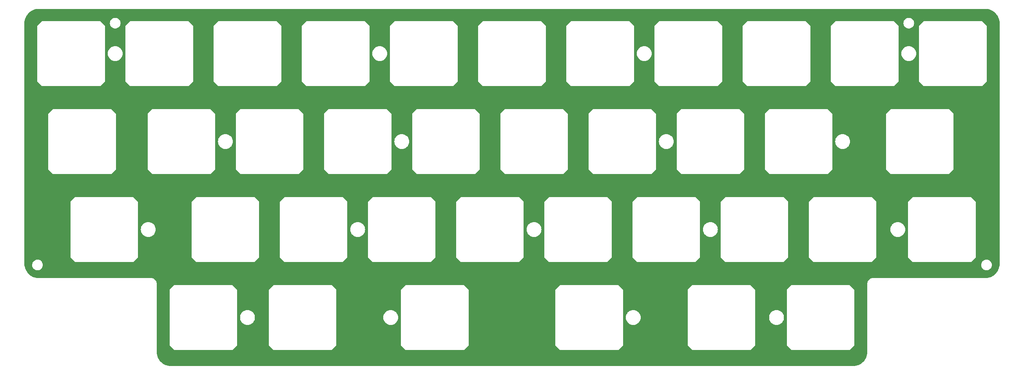
<source format=gbr>
%TF.GenerationSoftware,KiCad,Pcbnew,(7.0.0)*%
%TF.CreationDate,2023-05-16T19:40:18+02:00*%
%TF.ProjectId,travaulta plate topre,74726176-6175-46c7-9461-20706c617465,rev?*%
%TF.SameCoordinates,Original*%
%TF.FileFunction,Copper,L1,Top*%
%TF.FilePolarity,Positive*%
%FSLAX46Y46*%
G04 Gerber Fmt 4.6, Leading zero omitted, Abs format (unit mm)*
G04 Created by KiCad (PCBNEW (7.0.0)) date 2023-05-16 19:40:18*
%MOMM*%
%LPD*%
G01*
G04 APERTURE LIST*
G04 APERTURE END LIST*
%TA.AperFunction,Conductor*%
%TO.N,GND*%
G36*
X251478300Y-47475671D02*
G01*
X251608167Y-47482477D01*
X251799654Y-47493232D01*
X251812264Y-47494581D01*
X251964380Y-47518674D01*
X251965493Y-47518857D01*
X252131775Y-47547109D01*
X252143251Y-47549616D01*
X252296276Y-47590618D01*
X252298429Y-47591217D01*
X252456103Y-47636642D01*
X252466353Y-47640079D01*
X252615939Y-47697500D01*
X252618871Y-47698670D01*
X252768778Y-47760763D01*
X252777717Y-47764883D01*
X252921345Y-47838065D01*
X252925015Y-47840014D01*
X253066156Y-47918020D01*
X253073807Y-47922611D01*
X253209386Y-48010657D01*
X253213627Y-48013536D01*
X253344691Y-48106531D01*
X253344746Y-48106570D01*
X253351127Y-48111411D01*
X253476920Y-48213276D01*
X253481582Y-48217242D01*
X253601260Y-48324192D01*
X253601282Y-48324212D01*
X253606417Y-48329068D01*
X253720930Y-48443581D01*
X253725786Y-48448716D01*
X253832746Y-48568404D01*
X253836712Y-48573066D01*
X253938610Y-48698899D01*
X253943417Y-48705237D01*
X254036464Y-48836373D01*
X254039342Y-48840612D01*
X254127388Y-48976192D01*
X254131984Y-48983851D01*
X254132008Y-48983894D01*
X254209957Y-49124934D01*
X254211944Y-49128678D01*
X254285099Y-49272250D01*
X254289242Y-49281236D01*
X254351296Y-49431048D01*
X254352518Y-49434112D01*
X254409918Y-49583645D01*
X254413363Y-49593918D01*
X254458765Y-49751512D01*
X254459396Y-49753781D01*
X254500377Y-49906722D01*
X254502890Y-49918228D01*
X254531124Y-50084400D01*
X254531353Y-50085795D01*
X254555415Y-50237715D01*
X254556768Y-50250361D01*
X254567530Y-50441994D01*
X254567555Y-50442465D01*
X254574327Y-50571680D01*
X254574500Y-50578274D01*
X254574500Y-102671706D01*
X254574326Y-102678300D01*
X254571750Y-102727483D01*
X254567546Y-102807695D01*
X254567521Y-102808167D01*
X254556766Y-102999638D01*
X254555413Y-103012282D01*
X254531356Y-103164178D01*
X254531127Y-103165573D01*
X254502890Y-103331767D01*
X254500377Y-103343274D01*
X254459396Y-103496215D01*
X254458765Y-103498484D01*
X254413362Y-103656081D01*
X254409917Y-103666354D01*
X254352516Y-103815889D01*
X254351294Y-103818953D01*
X254289246Y-103968752D01*
X254285104Y-103977737D01*
X254211946Y-104121317D01*
X254209957Y-104125063D01*
X254131989Y-104266134D01*
X254127384Y-104273809D01*
X254039357Y-104409360D01*
X254036445Y-104413648D01*
X253943422Y-104544752D01*
X253938581Y-104551134D01*
X253836729Y-104676911D01*
X253832760Y-104681577D01*
X253725784Y-104801283D01*
X253720928Y-104806418D01*
X253606417Y-104920929D01*
X253601282Y-104925785D01*
X253481586Y-105032752D01*
X253476920Y-105036721D01*
X253351127Y-105138586D01*
X253344745Y-105143427D01*
X253213642Y-105236449D01*
X253209355Y-105239360D01*
X253073819Y-105327379D01*
X253066143Y-105331985D01*
X252925038Y-105409971D01*
X252921291Y-105411960D01*
X252777757Y-105485093D01*
X252768774Y-105489235D01*
X252618911Y-105551311D01*
X252615847Y-105552533D01*
X252466365Y-105609914D01*
X252456091Y-105613359D01*
X252298487Y-105658764D01*
X252296217Y-105659395D01*
X252143265Y-105700378D01*
X252131760Y-105702891D01*
X251965633Y-105731117D01*
X251964238Y-105731346D01*
X251812282Y-105755414D01*
X251799636Y-105756767D01*
X251608101Y-105767523D01*
X251607631Y-105767548D01*
X251478320Y-105774326D01*
X251471725Y-105774499D01*
X227199901Y-105774499D01*
X227199899Y-105774499D01*
X227199897Y-105774500D01*
X227105519Y-105774500D01*
X227100638Y-105775273D01*
X227100626Y-105775274D01*
X226923769Y-105803285D01*
X226923756Y-105803287D01*
X226918882Y-105804060D01*
X226914182Y-105805586D01*
X226914174Y-105805589D01*
X226743880Y-105860921D01*
X226743869Y-105860925D01*
X226739168Y-105862453D01*
X226734760Y-105864698D01*
X226734755Y-105864701D01*
X226575216Y-105945990D01*
X226575211Y-105945992D01*
X226570801Y-105948240D01*
X226566791Y-105951153D01*
X226566790Y-105951154D01*
X226493251Y-106004584D01*
X226417927Y-106059310D01*
X226414429Y-106062807D01*
X226414423Y-106062813D01*
X226287806Y-106189429D01*
X226287799Y-106189436D01*
X226284310Y-106192926D01*
X226281409Y-106196918D01*
X226281402Y-106196927D01*
X226176155Y-106341788D01*
X226176150Y-106341795D01*
X226173241Y-106345800D01*
X226170993Y-106350210D01*
X226170991Y-106350215D01*
X226089701Y-106509754D01*
X226089698Y-106509759D01*
X226087453Y-106514167D01*
X226085925Y-106518867D01*
X226085921Y-106518879D01*
X226030591Y-106689171D01*
X226029061Y-106693881D01*
X226028288Y-106698759D01*
X226028286Y-106698769D01*
X226000274Y-106875627D01*
X226000273Y-106875635D01*
X225999500Y-106880518D01*
X225999500Y-106885471D01*
X225999500Y-121721706D01*
X225999327Y-121728300D01*
X225992546Y-121857695D01*
X225992521Y-121858167D01*
X225981766Y-122049638D01*
X225980413Y-122062282D01*
X225956356Y-122214178D01*
X225956127Y-122215573D01*
X225927890Y-122381767D01*
X225925377Y-122393274D01*
X225884396Y-122546215D01*
X225883765Y-122548484D01*
X225838362Y-122706081D01*
X225834917Y-122716354D01*
X225777516Y-122865889D01*
X225776294Y-122868953D01*
X225714246Y-123018752D01*
X225710104Y-123027737D01*
X225636946Y-123171317D01*
X225634957Y-123175063D01*
X225556989Y-123316134D01*
X225552384Y-123323809D01*
X225464357Y-123459360D01*
X225461445Y-123463648D01*
X225368422Y-123594752D01*
X225363581Y-123601134D01*
X225261729Y-123726911D01*
X225257760Y-123731577D01*
X225150784Y-123851283D01*
X225145928Y-123856418D01*
X225031417Y-123970929D01*
X225026282Y-123975785D01*
X224906586Y-124082752D01*
X224901920Y-124086721D01*
X224776127Y-124188586D01*
X224769745Y-124193427D01*
X224638642Y-124286449D01*
X224634355Y-124289360D01*
X224498819Y-124377379D01*
X224491143Y-124381985D01*
X224350038Y-124459971D01*
X224346291Y-124461960D01*
X224202757Y-124535093D01*
X224193774Y-124539235D01*
X224043911Y-124601311D01*
X224040847Y-124602533D01*
X223891365Y-124659914D01*
X223881091Y-124663359D01*
X223723487Y-124708764D01*
X223721217Y-124709395D01*
X223568265Y-124750378D01*
X223556760Y-124752891D01*
X223390633Y-124781117D01*
X223389238Y-124781346D01*
X223237282Y-124805414D01*
X223224636Y-124806767D01*
X223033101Y-124817523D01*
X223032631Y-124817548D01*
X222903320Y-124824326D01*
X222896725Y-124824499D01*
X75553293Y-124824499D01*
X75546699Y-124824326D01*
X75535665Y-124823747D01*
X75417011Y-124817529D01*
X75416541Y-124817504D01*
X75225381Y-124806769D01*
X75212735Y-124805416D01*
X75060622Y-124781323D01*
X75059227Y-124781094D01*
X74893249Y-124752893D01*
X74881744Y-124750380D01*
X74728712Y-124709375D01*
X74726442Y-124708744D01*
X74568927Y-124663365D01*
X74558654Y-124659920D01*
X74409067Y-124602499D01*
X74406003Y-124601277D01*
X74256260Y-124539252D01*
X74247275Y-124535110D01*
X74103659Y-124461933D01*
X74099914Y-124459945D01*
X73958873Y-124381996D01*
X73951196Y-124377389D01*
X73815578Y-124289317D01*
X73811290Y-124286405D01*
X73680299Y-124193461D01*
X73673918Y-124188621D01*
X73548034Y-124086682D01*
X73543369Y-124082713D01*
X73423745Y-123975811D01*
X73418609Y-123970955D01*
X73304043Y-123856389D01*
X73299187Y-123851254D01*
X73192273Y-123731617D01*
X73188304Y-123726951D01*
X73086387Y-123601094D01*
X73081557Y-123594727D01*
X72988566Y-123463669D01*
X72985676Y-123459412D01*
X72985642Y-123459360D01*
X72897600Y-123323787D01*
X72892998Y-123316116D01*
X72815038Y-123175058D01*
X72813097Y-123171402D01*
X72739881Y-123027709D01*
X72735750Y-123018749D01*
X72673713Y-122868978D01*
X72672503Y-122865942D01*
X72672483Y-122865889D01*
X72615069Y-122716321D01*
X72611633Y-122706075D01*
X72566265Y-122548596D01*
X72565635Y-122546327D01*
X72524617Y-122393250D01*
X72522107Y-122381764D01*
X72493902Y-122215757D01*
X72493676Y-122214381D01*
X72493644Y-122214178D01*
X72469580Y-122062245D01*
X72468230Y-122049632D01*
X72457496Y-121858480D01*
X72450673Y-121728281D01*
X72450500Y-121721687D01*
X72450500Y-120300000D01*
X75249458Y-120300000D01*
X75249576Y-120300283D01*
X75249617Y-120300383D01*
X75249715Y-120300423D01*
X76249575Y-121300282D01*
X76249617Y-121300383D01*
X76249717Y-121300424D01*
X76250000Y-121300542D01*
X76250101Y-121300500D01*
X88849899Y-121300500D01*
X88850000Y-121300542D01*
X88850284Y-121300424D01*
X88850284Y-121300423D01*
X88850383Y-121300383D01*
X88850423Y-121300284D01*
X89850282Y-120300424D01*
X89850383Y-120300383D01*
X89850440Y-120300243D01*
X89850542Y-120300000D01*
X96679458Y-120300000D01*
X96679576Y-120300283D01*
X96679617Y-120300383D01*
X96679715Y-120300423D01*
X97679575Y-121300282D01*
X97679617Y-121300383D01*
X97679717Y-121300424D01*
X97680000Y-121300542D01*
X97680101Y-121300500D01*
X110279899Y-121300500D01*
X110280000Y-121300542D01*
X110280284Y-121300424D01*
X110280284Y-121300423D01*
X110280383Y-121300383D01*
X110280423Y-121300284D01*
X111280282Y-120300424D01*
X111280383Y-120300383D01*
X111280440Y-120300243D01*
X111280542Y-120300000D01*
X125254458Y-120300000D01*
X125254576Y-120300283D01*
X125254617Y-120300383D01*
X125254715Y-120300423D01*
X126254575Y-121300282D01*
X126254617Y-121300383D01*
X126254717Y-121300424D01*
X126255000Y-121300542D01*
X126255101Y-121300500D01*
X138854899Y-121300500D01*
X138855000Y-121300542D01*
X138855284Y-121300424D01*
X138855284Y-121300423D01*
X138855383Y-121300383D01*
X138855423Y-121300284D01*
X139855282Y-120300424D01*
X139855383Y-120300383D01*
X139855440Y-120300243D01*
X139855542Y-120300000D01*
X158591458Y-120300000D01*
X158591576Y-120300283D01*
X158591617Y-120300383D01*
X158591715Y-120300423D01*
X159591575Y-121300282D01*
X159591617Y-121300383D01*
X159591717Y-121300424D01*
X159592000Y-121300542D01*
X159592101Y-121300500D01*
X172191899Y-121300500D01*
X172192000Y-121300542D01*
X172192284Y-121300424D01*
X172192284Y-121300423D01*
X172192383Y-121300383D01*
X172192423Y-121300284D01*
X173192282Y-120300424D01*
X173192383Y-120300383D01*
X173192440Y-120300243D01*
X173192542Y-120300000D01*
X187169458Y-120300000D01*
X187169576Y-120300283D01*
X187169617Y-120300383D01*
X187169715Y-120300423D01*
X188169575Y-121300282D01*
X188169617Y-121300383D01*
X188169717Y-121300424D01*
X188170000Y-121300542D01*
X188170101Y-121300500D01*
X200769899Y-121300500D01*
X200770000Y-121300542D01*
X200770284Y-121300424D01*
X200770284Y-121300423D01*
X200770383Y-121300383D01*
X200770423Y-121300284D01*
X201770282Y-120300424D01*
X201770383Y-120300383D01*
X201770440Y-120300243D01*
X201770542Y-120300000D01*
X208599458Y-120300000D01*
X208599576Y-120300283D01*
X208599617Y-120300383D01*
X208599715Y-120300423D01*
X209599575Y-121300282D01*
X209599617Y-121300383D01*
X209599717Y-121300424D01*
X209600000Y-121300542D01*
X209600101Y-121300500D01*
X222199899Y-121300500D01*
X222200000Y-121300542D01*
X222200284Y-121300424D01*
X222200284Y-121300423D01*
X222200383Y-121300383D01*
X222200423Y-121300284D01*
X223200282Y-120300424D01*
X223200383Y-120300383D01*
X223200440Y-120300243D01*
X223200542Y-120300000D01*
X223200500Y-120299899D01*
X223200500Y-108300101D01*
X223200542Y-108300000D01*
X223200424Y-108299717D01*
X223200383Y-108299617D01*
X223200282Y-108299575D01*
X222200423Y-107299715D01*
X222200383Y-107299617D01*
X222200284Y-107299576D01*
X222200000Y-107299458D01*
X222199899Y-107299500D01*
X209600101Y-107299500D01*
X209600000Y-107299458D01*
X209599756Y-107299559D01*
X209599617Y-107299617D01*
X209599575Y-107299717D01*
X209591155Y-107308136D01*
X209591156Y-107308136D01*
X208608199Y-108291091D01*
X208608196Y-108291094D01*
X208599715Y-108299576D01*
X208599617Y-108299617D01*
X208599576Y-108299715D01*
X208599576Y-108299716D01*
X208599458Y-108300000D01*
X208599500Y-108300101D01*
X208599500Y-120299899D01*
X208599458Y-120300000D01*
X201770542Y-120300000D01*
X201770500Y-120299899D01*
X201770500Y-114300000D01*
X204769551Y-114300000D01*
X204769939Y-114304930D01*
X204788928Y-114546214D01*
X204788929Y-114546222D01*
X204789317Y-114551148D01*
X204790471Y-114555956D01*
X204790472Y-114555960D01*
X204846971Y-114791298D01*
X204846972Y-114791303D01*
X204848127Y-114796111D01*
X204944534Y-115028859D01*
X205076164Y-115243659D01*
X205239776Y-115435224D01*
X205431341Y-115598836D01*
X205646141Y-115730466D01*
X205878889Y-115826873D01*
X206123852Y-115885683D01*
X206312118Y-115900500D01*
X206435413Y-115900500D01*
X206437882Y-115900500D01*
X206626148Y-115885683D01*
X206871111Y-115826873D01*
X207103859Y-115730466D01*
X207318659Y-115598836D01*
X207510224Y-115435224D01*
X207673836Y-115243659D01*
X207805466Y-115028859D01*
X207901873Y-114796111D01*
X207960683Y-114551148D01*
X207980449Y-114300000D01*
X207960683Y-114048852D01*
X207901873Y-113803889D01*
X207805466Y-113571141D01*
X207673836Y-113356341D01*
X207510224Y-113164776D01*
X207318659Y-113001164D01*
X207103859Y-112869534D01*
X206871111Y-112773127D01*
X206866303Y-112771972D01*
X206866298Y-112771971D01*
X206630960Y-112715472D01*
X206630956Y-112715471D01*
X206626148Y-112714317D01*
X206621222Y-112713929D01*
X206621214Y-112713928D01*
X206440338Y-112699693D01*
X206440330Y-112699692D01*
X206437882Y-112699500D01*
X206312118Y-112699500D01*
X206309670Y-112699692D01*
X206309661Y-112699693D01*
X206128785Y-112713928D01*
X206128775Y-112713929D01*
X206123852Y-112714317D01*
X206119045Y-112715471D01*
X206119039Y-112715472D01*
X205883701Y-112771971D01*
X205883692Y-112771973D01*
X205878889Y-112773127D01*
X205874321Y-112775018D01*
X205874315Y-112775021D01*
X205650715Y-112867639D01*
X205650710Y-112867641D01*
X205646141Y-112869534D01*
X205641926Y-112872116D01*
X205641920Y-112872120D01*
X205435558Y-112998579D01*
X205435550Y-112998584D01*
X205431341Y-113001164D01*
X205427580Y-113004375D01*
X205427576Y-113004379D01*
X205243538Y-113161562D01*
X205243531Y-113161568D01*
X205239776Y-113164776D01*
X205236568Y-113168531D01*
X205236562Y-113168538D01*
X205079379Y-113352576D01*
X205079375Y-113352580D01*
X205076164Y-113356341D01*
X205073584Y-113360550D01*
X205073579Y-113360558D01*
X204947120Y-113566920D01*
X204947116Y-113566926D01*
X204944534Y-113571141D01*
X204942641Y-113575710D01*
X204942639Y-113575715D01*
X204850021Y-113799315D01*
X204850018Y-113799321D01*
X204848127Y-113803889D01*
X204846973Y-113808692D01*
X204846971Y-113808701D01*
X204790472Y-114044039D01*
X204789317Y-114048852D01*
X204788929Y-114053775D01*
X204788928Y-114053785D01*
X204769939Y-114295070D01*
X204769551Y-114300000D01*
X201770500Y-114300000D01*
X201770500Y-108300101D01*
X201770542Y-108300000D01*
X201770424Y-108299717D01*
X201770383Y-108299617D01*
X201770282Y-108299575D01*
X200770423Y-107299715D01*
X200770383Y-107299617D01*
X200770284Y-107299576D01*
X200770000Y-107299458D01*
X200769899Y-107299500D01*
X188170101Y-107299500D01*
X188170000Y-107299458D01*
X188169756Y-107299559D01*
X188169617Y-107299617D01*
X188169575Y-107299717D01*
X188161155Y-107308136D01*
X188161156Y-107308136D01*
X187178199Y-108291091D01*
X187178196Y-108291094D01*
X187169715Y-108299576D01*
X187169617Y-108299617D01*
X187169576Y-108299715D01*
X187169576Y-108299716D01*
X187169458Y-108300000D01*
X187169500Y-108300101D01*
X187169500Y-120299899D01*
X187169458Y-120300000D01*
X173192542Y-120300000D01*
X173192500Y-120299899D01*
X173192500Y-114300000D01*
X173813301Y-114300000D01*
X173813689Y-114304930D01*
X173832678Y-114546214D01*
X173832679Y-114546222D01*
X173833067Y-114551148D01*
X173834221Y-114555956D01*
X173834222Y-114555960D01*
X173890721Y-114791298D01*
X173890722Y-114791303D01*
X173891877Y-114796111D01*
X173988284Y-115028859D01*
X174119914Y-115243659D01*
X174283526Y-115435224D01*
X174475091Y-115598836D01*
X174689891Y-115730466D01*
X174922639Y-115826873D01*
X175167602Y-115885683D01*
X175355868Y-115900500D01*
X175479163Y-115900500D01*
X175481632Y-115900500D01*
X175669898Y-115885683D01*
X175914861Y-115826873D01*
X176147609Y-115730466D01*
X176362409Y-115598836D01*
X176553974Y-115435224D01*
X176717586Y-115243659D01*
X176849216Y-115028859D01*
X176945623Y-114796111D01*
X177004433Y-114551148D01*
X177024199Y-114300000D01*
X177004433Y-114048852D01*
X176945623Y-113803889D01*
X176849216Y-113571141D01*
X176717586Y-113356341D01*
X176553974Y-113164776D01*
X176362409Y-113001164D01*
X176147609Y-112869534D01*
X175914861Y-112773127D01*
X175910053Y-112771972D01*
X175910048Y-112771971D01*
X175674710Y-112715472D01*
X175674706Y-112715471D01*
X175669898Y-112714317D01*
X175664972Y-112713929D01*
X175664964Y-112713928D01*
X175484088Y-112699693D01*
X175484080Y-112699692D01*
X175481632Y-112699500D01*
X175355868Y-112699500D01*
X175353420Y-112699692D01*
X175353411Y-112699693D01*
X175172535Y-112713928D01*
X175172525Y-112713929D01*
X175167602Y-112714317D01*
X175162795Y-112715471D01*
X175162789Y-112715472D01*
X174927451Y-112771971D01*
X174927442Y-112771973D01*
X174922639Y-112773127D01*
X174918071Y-112775018D01*
X174918065Y-112775021D01*
X174694465Y-112867639D01*
X174694460Y-112867641D01*
X174689891Y-112869534D01*
X174685676Y-112872116D01*
X174685670Y-112872120D01*
X174479308Y-112998579D01*
X174479300Y-112998584D01*
X174475091Y-113001164D01*
X174471330Y-113004375D01*
X174471326Y-113004379D01*
X174287288Y-113161562D01*
X174287281Y-113161568D01*
X174283526Y-113164776D01*
X174280318Y-113168531D01*
X174280312Y-113168538D01*
X174123129Y-113352576D01*
X174123125Y-113352580D01*
X174119914Y-113356341D01*
X174117334Y-113360550D01*
X174117329Y-113360558D01*
X173990870Y-113566920D01*
X173990866Y-113566926D01*
X173988284Y-113571141D01*
X173986391Y-113575710D01*
X173986389Y-113575715D01*
X173893771Y-113799315D01*
X173893768Y-113799321D01*
X173891877Y-113803889D01*
X173890723Y-113808692D01*
X173890721Y-113808701D01*
X173834222Y-114044039D01*
X173833067Y-114048852D01*
X173832679Y-114053775D01*
X173832678Y-114053785D01*
X173813689Y-114295070D01*
X173813301Y-114300000D01*
X173192500Y-114300000D01*
X173192500Y-108300101D01*
X173192542Y-108300000D01*
X173192424Y-108299717D01*
X173192383Y-108299617D01*
X173192282Y-108299575D01*
X172192423Y-107299715D01*
X172192383Y-107299617D01*
X172192284Y-107299576D01*
X172192000Y-107299458D01*
X172191899Y-107299500D01*
X159592101Y-107299500D01*
X159592000Y-107299458D01*
X159591756Y-107299559D01*
X159591617Y-107299617D01*
X159591575Y-107299717D01*
X159583155Y-107308136D01*
X159583156Y-107308136D01*
X158600199Y-108291091D01*
X158600196Y-108291094D01*
X158591715Y-108299576D01*
X158591617Y-108299617D01*
X158591576Y-108299715D01*
X158591576Y-108299716D01*
X158591458Y-108300000D01*
X158591500Y-108300101D01*
X158591500Y-120299899D01*
X158591458Y-120300000D01*
X139855542Y-120300000D01*
X139855500Y-120299899D01*
X139855500Y-108300101D01*
X139855542Y-108300000D01*
X139855424Y-108299717D01*
X139855383Y-108299617D01*
X139855282Y-108299575D01*
X138855423Y-107299715D01*
X138855383Y-107299617D01*
X138855284Y-107299576D01*
X138855000Y-107299458D01*
X138854899Y-107299500D01*
X126255101Y-107299500D01*
X126255000Y-107299458D01*
X126254756Y-107299559D01*
X126254617Y-107299617D01*
X126254575Y-107299717D01*
X126246155Y-107308136D01*
X126246156Y-107308136D01*
X125263199Y-108291091D01*
X125263196Y-108291094D01*
X125254715Y-108299576D01*
X125254617Y-108299617D01*
X125254576Y-108299715D01*
X125254576Y-108299716D01*
X125254458Y-108300000D01*
X125254500Y-108300101D01*
X125254500Y-120299899D01*
X125254458Y-120300000D01*
X111280542Y-120300000D01*
X111280500Y-120299899D01*
X111280500Y-114300000D01*
X121425801Y-114300000D01*
X121426189Y-114304930D01*
X121445178Y-114546214D01*
X121445179Y-114546222D01*
X121445567Y-114551148D01*
X121446721Y-114555956D01*
X121446722Y-114555960D01*
X121503221Y-114791298D01*
X121503222Y-114791303D01*
X121504377Y-114796111D01*
X121600784Y-115028859D01*
X121732414Y-115243659D01*
X121896026Y-115435224D01*
X122087591Y-115598836D01*
X122302391Y-115730466D01*
X122535139Y-115826873D01*
X122780102Y-115885683D01*
X122968368Y-115900500D01*
X123091663Y-115900500D01*
X123094132Y-115900500D01*
X123282398Y-115885683D01*
X123527361Y-115826873D01*
X123760109Y-115730466D01*
X123974909Y-115598836D01*
X124166474Y-115435224D01*
X124330086Y-115243659D01*
X124461716Y-115028859D01*
X124558123Y-114796111D01*
X124616933Y-114551148D01*
X124636699Y-114300000D01*
X124616933Y-114048852D01*
X124558123Y-113803889D01*
X124461716Y-113571141D01*
X124330086Y-113356341D01*
X124166474Y-113164776D01*
X123974909Y-113001164D01*
X123760109Y-112869534D01*
X123527361Y-112773127D01*
X123522553Y-112771972D01*
X123522548Y-112771971D01*
X123287210Y-112715472D01*
X123287206Y-112715471D01*
X123282398Y-112714317D01*
X123277472Y-112713929D01*
X123277464Y-112713928D01*
X123096588Y-112699693D01*
X123096580Y-112699692D01*
X123094132Y-112699500D01*
X122968368Y-112699500D01*
X122965920Y-112699692D01*
X122965911Y-112699693D01*
X122785035Y-112713928D01*
X122785025Y-112713929D01*
X122780102Y-112714317D01*
X122775295Y-112715471D01*
X122775289Y-112715472D01*
X122539951Y-112771971D01*
X122539942Y-112771973D01*
X122535139Y-112773127D01*
X122530571Y-112775018D01*
X122530565Y-112775021D01*
X122306965Y-112867639D01*
X122306960Y-112867641D01*
X122302391Y-112869534D01*
X122298176Y-112872116D01*
X122298170Y-112872120D01*
X122091808Y-112998579D01*
X122091800Y-112998584D01*
X122087591Y-113001164D01*
X122083830Y-113004375D01*
X122083826Y-113004379D01*
X121899788Y-113161562D01*
X121899781Y-113161568D01*
X121896026Y-113164776D01*
X121892818Y-113168531D01*
X121892812Y-113168538D01*
X121735629Y-113352576D01*
X121735625Y-113352580D01*
X121732414Y-113356341D01*
X121729834Y-113360550D01*
X121729829Y-113360558D01*
X121603370Y-113566920D01*
X121603366Y-113566926D01*
X121600784Y-113571141D01*
X121598891Y-113575710D01*
X121598889Y-113575715D01*
X121506271Y-113799315D01*
X121506268Y-113799321D01*
X121504377Y-113803889D01*
X121503223Y-113808692D01*
X121503221Y-113808701D01*
X121446722Y-114044039D01*
X121445567Y-114048852D01*
X121445179Y-114053775D01*
X121445178Y-114053785D01*
X121426189Y-114295070D01*
X121425801Y-114300000D01*
X111280500Y-114300000D01*
X111280500Y-108300101D01*
X111280542Y-108300000D01*
X111280424Y-108299717D01*
X111280383Y-108299617D01*
X111280282Y-108299575D01*
X110280423Y-107299715D01*
X110280383Y-107299617D01*
X110280284Y-107299576D01*
X110280000Y-107299458D01*
X110279899Y-107299500D01*
X97680101Y-107299500D01*
X97680000Y-107299458D01*
X97679756Y-107299559D01*
X97679617Y-107299617D01*
X97679575Y-107299717D01*
X97671155Y-107308136D01*
X97671156Y-107308136D01*
X96688199Y-108291091D01*
X96688196Y-108291094D01*
X96679715Y-108299576D01*
X96679617Y-108299617D01*
X96679576Y-108299715D01*
X96679576Y-108299716D01*
X96679458Y-108300000D01*
X96679500Y-108300101D01*
X96679500Y-120299899D01*
X96679458Y-120300000D01*
X89850542Y-120300000D01*
X89850500Y-120299899D01*
X89850500Y-114300000D01*
X90469551Y-114300000D01*
X90469939Y-114304930D01*
X90488928Y-114546214D01*
X90488929Y-114546222D01*
X90489317Y-114551148D01*
X90490471Y-114555956D01*
X90490472Y-114555960D01*
X90546971Y-114791298D01*
X90546972Y-114791303D01*
X90548127Y-114796111D01*
X90644534Y-115028859D01*
X90776164Y-115243659D01*
X90939776Y-115435224D01*
X91131341Y-115598836D01*
X91346141Y-115730466D01*
X91578889Y-115826873D01*
X91823852Y-115885683D01*
X92012118Y-115900500D01*
X92135413Y-115900500D01*
X92137882Y-115900500D01*
X92326148Y-115885683D01*
X92571111Y-115826873D01*
X92803859Y-115730466D01*
X93018659Y-115598836D01*
X93210224Y-115435224D01*
X93373836Y-115243659D01*
X93505466Y-115028859D01*
X93601873Y-114796111D01*
X93660683Y-114551148D01*
X93680449Y-114300000D01*
X93660683Y-114048852D01*
X93601873Y-113803889D01*
X93505466Y-113571141D01*
X93373836Y-113356341D01*
X93210224Y-113164776D01*
X93018659Y-113001164D01*
X92803859Y-112869534D01*
X92571111Y-112773127D01*
X92566303Y-112771972D01*
X92566298Y-112771971D01*
X92330960Y-112715472D01*
X92330956Y-112715471D01*
X92326148Y-112714317D01*
X92321222Y-112713929D01*
X92321214Y-112713928D01*
X92140338Y-112699693D01*
X92140330Y-112699692D01*
X92137882Y-112699500D01*
X92012118Y-112699500D01*
X92009670Y-112699692D01*
X92009661Y-112699693D01*
X91828785Y-112713928D01*
X91828775Y-112713929D01*
X91823852Y-112714317D01*
X91819045Y-112715471D01*
X91819039Y-112715472D01*
X91583701Y-112771971D01*
X91583692Y-112771973D01*
X91578889Y-112773127D01*
X91574321Y-112775018D01*
X91574315Y-112775021D01*
X91350715Y-112867639D01*
X91350710Y-112867641D01*
X91346141Y-112869534D01*
X91341926Y-112872116D01*
X91341920Y-112872120D01*
X91135558Y-112998579D01*
X91135550Y-112998584D01*
X91131341Y-113001164D01*
X91127580Y-113004375D01*
X91127576Y-113004379D01*
X90943538Y-113161562D01*
X90943531Y-113161568D01*
X90939776Y-113164776D01*
X90936568Y-113168531D01*
X90936562Y-113168538D01*
X90779379Y-113352576D01*
X90779375Y-113352580D01*
X90776164Y-113356341D01*
X90773584Y-113360550D01*
X90773579Y-113360558D01*
X90647120Y-113566920D01*
X90647116Y-113566926D01*
X90644534Y-113571141D01*
X90642641Y-113575710D01*
X90642639Y-113575715D01*
X90550021Y-113799315D01*
X90550018Y-113799321D01*
X90548127Y-113803889D01*
X90546973Y-113808692D01*
X90546971Y-113808701D01*
X90490472Y-114044039D01*
X90489317Y-114048852D01*
X90488929Y-114053775D01*
X90488928Y-114053785D01*
X90469939Y-114295070D01*
X90469551Y-114300000D01*
X89850500Y-114300000D01*
X89850500Y-108300101D01*
X89850542Y-108300000D01*
X89850424Y-108299717D01*
X89850383Y-108299617D01*
X89850282Y-108299575D01*
X88850423Y-107299715D01*
X88850383Y-107299617D01*
X88850284Y-107299576D01*
X88850000Y-107299458D01*
X88849899Y-107299500D01*
X76250101Y-107299500D01*
X76250000Y-107299458D01*
X76249756Y-107299559D01*
X76249617Y-107299617D01*
X76249575Y-107299717D01*
X76241155Y-107308136D01*
X76241156Y-107308136D01*
X75258199Y-108291091D01*
X75258196Y-108291094D01*
X75249715Y-108299576D01*
X75249617Y-108299617D01*
X75249576Y-108299715D01*
X75249576Y-108299716D01*
X75249458Y-108300000D01*
X75249500Y-108300101D01*
X75249500Y-120299899D01*
X75249458Y-120300000D01*
X72450500Y-120300000D01*
X72450500Y-106975003D01*
X72450500Y-106974999D01*
X72450501Y-106974999D01*
X72450501Y-106880518D01*
X72420940Y-106693881D01*
X72362547Y-106514167D01*
X72276760Y-106345800D01*
X72165690Y-106192926D01*
X72032073Y-106059309D01*
X71879199Y-105948239D01*
X71710832Y-105862452D01*
X71706126Y-105860922D01*
X71706119Y-105860920D01*
X71535825Y-105805588D01*
X71535820Y-105805586D01*
X71531118Y-105804059D01*
X71526240Y-105803286D01*
X71526230Y-105803284D01*
X71349373Y-105775273D01*
X71349362Y-105775272D01*
X71344481Y-105774499D01*
X71339527Y-105774499D01*
X46978293Y-105774499D01*
X46971699Y-105774326D01*
X46960665Y-105773747D01*
X46842011Y-105767529D01*
X46841541Y-105767504D01*
X46650381Y-105756769D01*
X46637735Y-105755416D01*
X46485622Y-105731323D01*
X46484227Y-105731094D01*
X46318249Y-105702893D01*
X46306744Y-105700380D01*
X46153712Y-105659375D01*
X46151442Y-105658744D01*
X45993927Y-105613365D01*
X45983654Y-105609920D01*
X45834067Y-105552499D01*
X45831003Y-105551277D01*
X45681260Y-105489252D01*
X45672275Y-105485110D01*
X45528659Y-105411933D01*
X45524914Y-105409945D01*
X45383873Y-105331996D01*
X45376196Y-105327389D01*
X45240578Y-105239317D01*
X45236290Y-105236405D01*
X45105299Y-105143461D01*
X45098918Y-105138621D01*
X44973034Y-105036682D01*
X44968369Y-105032713D01*
X44848745Y-104925811D01*
X44843609Y-104920955D01*
X44729043Y-104806389D01*
X44724187Y-104801254D01*
X44617273Y-104681617D01*
X44613304Y-104676951D01*
X44511387Y-104551094D01*
X44506557Y-104544727D01*
X44413566Y-104413669D01*
X44410676Y-104409412D01*
X44410642Y-104409360D01*
X44322600Y-104273787D01*
X44317998Y-104266116D01*
X44240038Y-104125058D01*
X44238097Y-104121402D01*
X44164881Y-103977709D01*
X44160750Y-103968749D01*
X44098713Y-103818978D01*
X44097503Y-103815942D01*
X44097483Y-103815889D01*
X44040069Y-103666321D01*
X44036633Y-103656075D01*
X43991265Y-103498596D01*
X43990635Y-103496327D01*
X43949617Y-103343250D01*
X43947107Y-103331764D01*
X43918902Y-103165757D01*
X43918676Y-103164381D01*
X43918644Y-103164178D01*
X43894580Y-103012245D01*
X43893230Y-102999632D01*
X43889544Y-102933999D01*
X45560571Y-102933999D01*
X45580244Y-103146309D01*
X45581836Y-103151907D01*
X45581837Y-103151908D01*
X45585777Y-103165757D01*
X45638595Y-103351388D01*
X45641186Y-103356592D01*
X45641189Y-103356599D01*
X45710765Y-103496327D01*
X45733634Y-103542254D01*
X45737142Y-103546899D01*
X45737145Y-103546904D01*
X45819588Y-103656075D01*
X45862128Y-103712406D01*
X45866430Y-103716328D01*
X45866433Y-103716331D01*
X46015394Y-103852128D01*
X46015398Y-103852131D01*
X46019698Y-103856051D01*
X46200981Y-103968297D01*
X46206411Y-103970400D01*
X46206414Y-103970402D01*
X46278229Y-103998222D01*
X46399802Y-104045320D01*
X46609390Y-104084499D01*
X46816783Y-104084499D01*
X46822610Y-104084499D01*
X47032198Y-104045320D01*
X47231019Y-103968297D01*
X47412302Y-103856051D01*
X47569872Y-103712406D01*
X47698366Y-103542254D01*
X47793405Y-103351388D01*
X47851756Y-103146309D01*
X47871429Y-102933999D01*
X250578946Y-102933999D01*
X250598619Y-103146309D01*
X250600211Y-103151907D01*
X250600212Y-103151908D01*
X250604152Y-103165757D01*
X250656970Y-103351388D01*
X250659561Y-103356592D01*
X250659564Y-103356599D01*
X250729140Y-103496327D01*
X250752009Y-103542254D01*
X250755517Y-103546899D01*
X250755520Y-103546904D01*
X250837963Y-103656075D01*
X250880503Y-103712406D01*
X250884805Y-103716328D01*
X250884808Y-103716331D01*
X251033769Y-103852128D01*
X251033773Y-103852131D01*
X251038073Y-103856051D01*
X251219356Y-103968297D01*
X251224786Y-103970400D01*
X251224789Y-103970402D01*
X251296604Y-103998222D01*
X251418177Y-104045320D01*
X251627765Y-104084499D01*
X251835158Y-104084499D01*
X251840985Y-104084499D01*
X252050573Y-104045320D01*
X252249394Y-103968297D01*
X252430677Y-103856051D01*
X252588247Y-103712406D01*
X252716741Y-103542254D01*
X252811780Y-103351388D01*
X252870131Y-103146309D01*
X252889804Y-102933999D01*
X252870131Y-102721689D01*
X252811780Y-102516610D01*
X252716741Y-102325744D01*
X252659830Y-102250383D01*
X252591759Y-102160243D01*
X252588247Y-102155592D01*
X252583943Y-102151669D01*
X252583941Y-102151666D01*
X252434980Y-102015869D01*
X252434975Y-102015865D01*
X252430677Y-102011947D01*
X252391659Y-101987788D01*
X252254350Y-101902769D01*
X252254344Y-101902766D01*
X252249394Y-101899701D01*
X252243967Y-101897598D01*
X252243960Y-101897595D01*
X252056002Y-101824781D01*
X252056000Y-101824780D01*
X252050573Y-101822678D01*
X252044851Y-101821608D01*
X252044850Y-101821608D01*
X251846710Y-101784569D01*
X251846707Y-101784568D01*
X251840985Y-101783499D01*
X251627765Y-101783499D01*
X251622043Y-101784568D01*
X251622039Y-101784569D01*
X251423899Y-101821608D01*
X251423895Y-101821609D01*
X251418177Y-101822678D01*
X251412752Y-101824779D01*
X251412747Y-101824781D01*
X251224789Y-101897595D01*
X251224777Y-101897600D01*
X251219356Y-101899701D01*
X251214409Y-101902763D01*
X251214399Y-101902769D01*
X251043024Y-102008881D01*
X251043020Y-102008883D01*
X251038073Y-102011947D01*
X251033779Y-102015861D01*
X251033769Y-102015869D01*
X250884808Y-102151666D01*
X250884800Y-102151674D01*
X250880503Y-102155592D01*
X250876994Y-102160238D01*
X250876990Y-102160243D01*
X250755520Y-102321093D01*
X250755514Y-102321102D01*
X250752009Y-102325744D01*
X250749415Y-102330951D01*
X250749412Y-102330958D01*
X250659564Y-102511398D01*
X250659559Y-102511409D01*
X250656970Y-102516610D01*
X250655378Y-102522203D01*
X250655376Y-102522210D01*
X250610964Y-102678300D01*
X250598619Y-102721689D01*
X250598082Y-102727481D01*
X250598082Y-102727483D01*
X250590615Y-102808065D01*
X250578946Y-102933999D01*
X47871429Y-102933999D01*
X47851756Y-102721689D01*
X47793405Y-102516610D01*
X47698366Y-102325744D01*
X47641455Y-102250383D01*
X47573384Y-102160243D01*
X47569872Y-102155592D01*
X47565568Y-102151669D01*
X47565566Y-102151666D01*
X47416605Y-102015869D01*
X47416600Y-102015865D01*
X47412302Y-102011947D01*
X47373284Y-101987788D01*
X47235975Y-101902769D01*
X47235969Y-101902766D01*
X47231019Y-101899701D01*
X47225592Y-101897598D01*
X47225585Y-101897595D01*
X47037627Y-101824781D01*
X47037625Y-101824780D01*
X47032198Y-101822678D01*
X47026476Y-101821608D01*
X47026475Y-101821608D01*
X46828335Y-101784569D01*
X46828332Y-101784568D01*
X46822610Y-101783499D01*
X46609390Y-101783499D01*
X46603668Y-101784568D01*
X46603664Y-101784569D01*
X46405524Y-101821608D01*
X46405520Y-101821609D01*
X46399802Y-101822678D01*
X46394377Y-101824779D01*
X46394372Y-101824781D01*
X46206414Y-101897595D01*
X46206402Y-101897600D01*
X46200981Y-101899701D01*
X46196034Y-101902763D01*
X46196024Y-101902769D01*
X46024649Y-102008881D01*
X46024645Y-102008883D01*
X46019698Y-102011947D01*
X46015404Y-102015861D01*
X46015394Y-102015869D01*
X45866433Y-102151666D01*
X45866425Y-102151674D01*
X45862128Y-102155592D01*
X45858619Y-102160238D01*
X45858615Y-102160243D01*
X45737145Y-102321093D01*
X45737139Y-102321102D01*
X45733634Y-102325744D01*
X45731040Y-102330951D01*
X45731037Y-102330958D01*
X45641189Y-102511398D01*
X45641184Y-102511409D01*
X45638595Y-102516610D01*
X45637003Y-102522203D01*
X45637001Y-102522210D01*
X45592589Y-102678300D01*
X45580244Y-102721689D01*
X45579707Y-102727481D01*
X45579707Y-102727483D01*
X45572240Y-102808065D01*
X45560571Y-102933999D01*
X43889544Y-102933999D01*
X43882496Y-102808480D01*
X43875673Y-102678281D01*
X43875500Y-102671687D01*
X43875500Y-101250000D01*
X53819458Y-101250000D01*
X53819576Y-101250283D01*
X53819617Y-101250383D01*
X53819715Y-101250423D01*
X54819575Y-102250282D01*
X54819617Y-102250383D01*
X54819717Y-102250424D01*
X54820000Y-102250542D01*
X54820101Y-102250500D01*
X67419899Y-102250500D01*
X67420000Y-102250542D01*
X67420284Y-102250424D01*
X67420284Y-102250423D01*
X67420383Y-102250383D01*
X67420423Y-102250284D01*
X68420282Y-101250424D01*
X68420383Y-101250383D01*
X68420440Y-101250243D01*
X68420542Y-101250000D01*
X80011958Y-101250000D01*
X80012076Y-101250283D01*
X80012117Y-101250383D01*
X80012215Y-101250423D01*
X81012075Y-102250282D01*
X81012117Y-102250383D01*
X81012217Y-102250424D01*
X81012500Y-102250542D01*
X81012601Y-102250500D01*
X93612399Y-102250500D01*
X93612500Y-102250542D01*
X93612784Y-102250424D01*
X93612784Y-102250423D01*
X93612883Y-102250383D01*
X93612923Y-102250284D01*
X94612782Y-101250424D01*
X94612883Y-101250383D01*
X94612940Y-101250243D01*
X94613042Y-101250000D01*
X99061958Y-101250000D01*
X99062076Y-101250283D01*
X99062117Y-101250383D01*
X99062215Y-101250423D01*
X100062075Y-102250282D01*
X100062117Y-102250383D01*
X100062217Y-102250424D01*
X100062500Y-102250542D01*
X100062601Y-102250500D01*
X112662399Y-102250500D01*
X112662500Y-102250542D01*
X112662784Y-102250424D01*
X112662784Y-102250423D01*
X112662883Y-102250383D01*
X112662923Y-102250284D01*
X113662782Y-101250424D01*
X113662883Y-101250383D01*
X113662940Y-101250243D01*
X113663042Y-101250000D01*
X118111958Y-101250000D01*
X118112076Y-101250283D01*
X118112117Y-101250383D01*
X118112215Y-101250423D01*
X119112075Y-102250282D01*
X119112117Y-102250383D01*
X119112217Y-102250424D01*
X119112500Y-102250542D01*
X119112601Y-102250500D01*
X131712399Y-102250500D01*
X131712500Y-102250542D01*
X131712784Y-102250424D01*
X131712784Y-102250423D01*
X131712883Y-102250383D01*
X131712923Y-102250284D01*
X132712782Y-101250424D01*
X132712883Y-101250383D01*
X132712940Y-101250243D01*
X132713042Y-101250000D01*
X137161958Y-101250000D01*
X137162076Y-101250283D01*
X137162117Y-101250383D01*
X137162215Y-101250423D01*
X138162075Y-102250282D01*
X138162117Y-102250383D01*
X138162217Y-102250424D01*
X138162500Y-102250542D01*
X138162601Y-102250500D01*
X150762399Y-102250500D01*
X150762500Y-102250542D01*
X150762784Y-102250424D01*
X150762784Y-102250423D01*
X150762883Y-102250383D01*
X150762923Y-102250284D01*
X151762782Y-101250424D01*
X151762883Y-101250383D01*
X151762940Y-101250243D01*
X151763042Y-101250000D01*
X156211958Y-101250000D01*
X156212076Y-101250283D01*
X156212117Y-101250383D01*
X156212215Y-101250423D01*
X157212075Y-102250282D01*
X157212117Y-102250383D01*
X157212217Y-102250424D01*
X157212500Y-102250542D01*
X157212601Y-102250500D01*
X169812399Y-102250500D01*
X169812500Y-102250542D01*
X169812784Y-102250424D01*
X169812784Y-102250423D01*
X169812883Y-102250383D01*
X169812923Y-102250284D01*
X170812782Y-101250424D01*
X170812883Y-101250383D01*
X170812940Y-101250243D01*
X170813042Y-101250000D01*
X175261958Y-101250000D01*
X175262076Y-101250283D01*
X175262117Y-101250383D01*
X175262215Y-101250423D01*
X176262075Y-102250282D01*
X176262117Y-102250383D01*
X176262217Y-102250424D01*
X176262500Y-102250542D01*
X176262601Y-102250500D01*
X188862399Y-102250500D01*
X188862500Y-102250542D01*
X188862784Y-102250424D01*
X188862784Y-102250423D01*
X188862883Y-102250383D01*
X188862923Y-102250284D01*
X189862782Y-101250424D01*
X189862883Y-101250383D01*
X189862940Y-101250243D01*
X189863042Y-101250000D01*
X194311958Y-101250000D01*
X194312076Y-101250283D01*
X194312117Y-101250383D01*
X194312215Y-101250423D01*
X195312075Y-102250282D01*
X195312117Y-102250383D01*
X195312217Y-102250424D01*
X195312500Y-102250542D01*
X195312601Y-102250500D01*
X207912399Y-102250500D01*
X207912500Y-102250542D01*
X207912784Y-102250424D01*
X207912784Y-102250423D01*
X207912883Y-102250383D01*
X207912923Y-102250284D01*
X208912782Y-101250424D01*
X208912883Y-101250383D01*
X208912940Y-101250243D01*
X208913042Y-101250000D01*
X213361958Y-101250000D01*
X213362076Y-101250283D01*
X213362117Y-101250383D01*
X213362215Y-101250423D01*
X214362075Y-102250282D01*
X214362117Y-102250383D01*
X214362217Y-102250424D01*
X214362500Y-102250542D01*
X214362601Y-102250500D01*
X226962399Y-102250500D01*
X226962500Y-102250542D01*
X226962784Y-102250424D01*
X226962784Y-102250423D01*
X226962883Y-102250383D01*
X226962923Y-102250284D01*
X227962782Y-101250424D01*
X227962883Y-101250383D01*
X227962940Y-101250243D01*
X227963042Y-101250000D01*
X234794458Y-101250000D01*
X234794576Y-101250283D01*
X234794617Y-101250383D01*
X234794715Y-101250423D01*
X235794575Y-102250282D01*
X235794617Y-102250383D01*
X235794717Y-102250424D01*
X235795000Y-102250542D01*
X235795101Y-102250500D01*
X248394899Y-102250500D01*
X248395000Y-102250542D01*
X248395284Y-102250424D01*
X248395284Y-102250423D01*
X248395383Y-102250383D01*
X248395423Y-102250284D01*
X249395282Y-101250424D01*
X249395383Y-101250383D01*
X249395440Y-101250243D01*
X249395542Y-101250000D01*
X249395500Y-101249899D01*
X249395500Y-89250101D01*
X249395542Y-89250000D01*
X249395424Y-89249717D01*
X249395383Y-89249617D01*
X249395282Y-89249575D01*
X248395423Y-88249715D01*
X248395383Y-88249617D01*
X248395284Y-88249576D01*
X248395000Y-88249458D01*
X248394899Y-88249500D01*
X235795101Y-88249500D01*
X235795000Y-88249458D01*
X235794756Y-88249559D01*
X235794617Y-88249617D01*
X235794575Y-88249717D01*
X235786155Y-88258136D01*
X235786156Y-88258136D01*
X234803199Y-89241091D01*
X234803196Y-89241094D01*
X234794715Y-89249576D01*
X234794617Y-89249617D01*
X234794576Y-89249715D01*
X234794576Y-89249716D01*
X234794458Y-89250000D01*
X234794500Y-89250101D01*
X234794500Y-101249899D01*
X234794458Y-101250000D01*
X227963042Y-101250000D01*
X227963000Y-101249899D01*
X227963000Y-95250000D01*
X230963301Y-95250000D01*
X230963689Y-95254930D01*
X230982678Y-95496214D01*
X230982679Y-95496222D01*
X230983067Y-95501148D01*
X230984221Y-95505956D01*
X230984222Y-95505960D01*
X231040721Y-95741298D01*
X231040722Y-95741303D01*
X231041877Y-95746111D01*
X231138284Y-95978859D01*
X231269914Y-96193659D01*
X231433526Y-96385224D01*
X231625091Y-96548836D01*
X231839891Y-96680466D01*
X232072639Y-96776873D01*
X232317602Y-96835683D01*
X232505868Y-96850500D01*
X232629163Y-96850500D01*
X232631632Y-96850500D01*
X232819898Y-96835683D01*
X233064861Y-96776873D01*
X233297609Y-96680466D01*
X233512409Y-96548836D01*
X233703974Y-96385224D01*
X233867586Y-96193659D01*
X233999216Y-95978859D01*
X234095623Y-95746111D01*
X234154433Y-95501148D01*
X234174199Y-95250000D01*
X234154433Y-94998852D01*
X234095623Y-94753889D01*
X233999216Y-94521141D01*
X233867586Y-94306341D01*
X233703974Y-94114776D01*
X233512409Y-93951164D01*
X233297609Y-93819534D01*
X233064861Y-93723127D01*
X233060053Y-93721972D01*
X233060048Y-93721971D01*
X232824710Y-93665472D01*
X232824706Y-93665471D01*
X232819898Y-93664317D01*
X232814972Y-93663929D01*
X232814964Y-93663928D01*
X232634088Y-93649693D01*
X232634080Y-93649692D01*
X232631632Y-93649500D01*
X232505868Y-93649500D01*
X232503420Y-93649692D01*
X232503411Y-93649693D01*
X232322535Y-93663928D01*
X232322525Y-93663929D01*
X232317602Y-93664317D01*
X232312795Y-93665471D01*
X232312789Y-93665472D01*
X232077451Y-93721971D01*
X232077442Y-93721973D01*
X232072639Y-93723127D01*
X232068071Y-93725018D01*
X232068065Y-93725021D01*
X231844465Y-93817639D01*
X231844460Y-93817641D01*
X231839891Y-93819534D01*
X231835676Y-93822116D01*
X231835670Y-93822120D01*
X231629308Y-93948579D01*
X231629300Y-93948584D01*
X231625091Y-93951164D01*
X231621330Y-93954375D01*
X231621326Y-93954379D01*
X231437288Y-94111562D01*
X231437281Y-94111568D01*
X231433526Y-94114776D01*
X231430318Y-94118531D01*
X231430312Y-94118538D01*
X231273129Y-94302576D01*
X231273125Y-94302580D01*
X231269914Y-94306341D01*
X231267334Y-94310550D01*
X231267329Y-94310558D01*
X231140870Y-94516920D01*
X231140866Y-94516926D01*
X231138284Y-94521141D01*
X231136391Y-94525710D01*
X231136389Y-94525715D01*
X231043771Y-94749315D01*
X231043768Y-94749321D01*
X231041877Y-94753889D01*
X231040723Y-94758692D01*
X231040721Y-94758701D01*
X230984222Y-94994039D01*
X230983067Y-94998852D01*
X230982679Y-95003775D01*
X230982678Y-95003785D01*
X230963689Y-95245070D01*
X230963301Y-95250000D01*
X227963000Y-95250000D01*
X227963000Y-89250101D01*
X227963042Y-89250000D01*
X227962924Y-89249717D01*
X227962883Y-89249617D01*
X227962782Y-89249575D01*
X226962923Y-88249715D01*
X226962883Y-88249617D01*
X226962784Y-88249576D01*
X226962500Y-88249458D01*
X226962399Y-88249500D01*
X214362601Y-88249500D01*
X214362500Y-88249458D01*
X214362256Y-88249559D01*
X214362117Y-88249617D01*
X214362075Y-88249717D01*
X214353655Y-88258136D01*
X214353656Y-88258136D01*
X213370699Y-89241091D01*
X213370696Y-89241094D01*
X213362215Y-89249576D01*
X213362117Y-89249617D01*
X213362076Y-89249715D01*
X213362076Y-89249716D01*
X213361958Y-89250000D01*
X213362000Y-89250101D01*
X213362000Y-101249899D01*
X213361958Y-101250000D01*
X208913042Y-101250000D01*
X208913000Y-101249899D01*
X208913000Y-89250101D01*
X208913042Y-89250000D01*
X208912924Y-89249717D01*
X208912883Y-89249617D01*
X208912782Y-89249575D01*
X207912923Y-88249715D01*
X207912883Y-88249617D01*
X207912784Y-88249576D01*
X207912500Y-88249458D01*
X207912399Y-88249500D01*
X195312601Y-88249500D01*
X195312500Y-88249458D01*
X195312256Y-88249559D01*
X195312117Y-88249617D01*
X195312075Y-88249717D01*
X195303655Y-88258136D01*
X195303656Y-88258136D01*
X194320699Y-89241091D01*
X194320696Y-89241094D01*
X194312215Y-89249576D01*
X194312117Y-89249617D01*
X194312076Y-89249715D01*
X194312076Y-89249716D01*
X194311958Y-89250000D01*
X194312000Y-89250101D01*
X194312000Y-101249899D01*
X194311958Y-101250000D01*
X189863042Y-101250000D01*
X189863000Y-101249899D01*
X189863000Y-95250000D01*
X190482051Y-95250000D01*
X190482439Y-95254930D01*
X190501428Y-95496214D01*
X190501429Y-95496222D01*
X190501817Y-95501148D01*
X190502971Y-95505956D01*
X190502972Y-95505960D01*
X190559471Y-95741298D01*
X190559472Y-95741303D01*
X190560627Y-95746111D01*
X190657034Y-95978859D01*
X190788664Y-96193659D01*
X190952276Y-96385224D01*
X191143841Y-96548836D01*
X191358641Y-96680466D01*
X191591389Y-96776873D01*
X191836352Y-96835683D01*
X192024618Y-96850500D01*
X192147913Y-96850500D01*
X192150382Y-96850500D01*
X192338648Y-96835683D01*
X192583611Y-96776873D01*
X192816359Y-96680466D01*
X193031159Y-96548836D01*
X193222724Y-96385224D01*
X193386336Y-96193659D01*
X193517966Y-95978859D01*
X193614373Y-95746111D01*
X193673183Y-95501148D01*
X193692949Y-95250000D01*
X193673183Y-94998852D01*
X193614373Y-94753889D01*
X193517966Y-94521141D01*
X193386336Y-94306341D01*
X193222724Y-94114776D01*
X193031159Y-93951164D01*
X192816359Y-93819534D01*
X192583611Y-93723127D01*
X192578803Y-93721972D01*
X192578798Y-93721971D01*
X192343460Y-93665472D01*
X192343456Y-93665471D01*
X192338648Y-93664317D01*
X192333722Y-93663929D01*
X192333714Y-93663928D01*
X192152838Y-93649693D01*
X192152830Y-93649692D01*
X192150382Y-93649500D01*
X192024618Y-93649500D01*
X192022170Y-93649692D01*
X192022161Y-93649693D01*
X191841285Y-93663928D01*
X191841275Y-93663929D01*
X191836352Y-93664317D01*
X191831545Y-93665471D01*
X191831539Y-93665472D01*
X191596201Y-93721971D01*
X191596192Y-93721973D01*
X191591389Y-93723127D01*
X191586821Y-93725018D01*
X191586815Y-93725021D01*
X191363215Y-93817639D01*
X191363210Y-93817641D01*
X191358641Y-93819534D01*
X191354426Y-93822116D01*
X191354420Y-93822120D01*
X191148058Y-93948579D01*
X191148050Y-93948584D01*
X191143841Y-93951164D01*
X191140080Y-93954375D01*
X191140076Y-93954379D01*
X190956038Y-94111562D01*
X190956031Y-94111568D01*
X190952276Y-94114776D01*
X190949068Y-94118531D01*
X190949062Y-94118538D01*
X190791879Y-94302576D01*
X190791875Y-94302580D01*
X190788664Y-94306341D01*
X190786084Y-94310550D01*
X190786079Y-94310558D01*
X190659620Y-94516920D01*
X190659616Y-94516926D01*
X190657034Y-94521141D01*
X190655141Y-94525710D01*
X190655139Y-94525715D01*
X190562521Y-94749315D01*
X190562518Y-94749321D01*
X190560627Y-94753889D01*
X190559473Y-94758692D01*
X190559471Y-94758701D01*
X190502972Y-94994039D01*
X190501817Y-94998852D01*
X190501429Y-95003775D01*
X190501428Y-95003785D01*
X190482439Y-95245070D01*
X190482051Y-95250000D01*
X189863000Y-95250000D01*
X189863000Y-89250101D01*
X189863042Y-89250000D01*
X189862924Y-89249717D01*
X189862883Y-89249617D01*
X189862782Y-89249575D01*
X188862923Y-88249715D01*
X188862883Y-88249617D01*
X188862784Y-88249576D01*
X188862500Y-88249458D01*
X188862399Y-88249500D01*
X176262601Y-88249500D01*
X176262500Y-88249458D01*
X176262256Y-88249559D01*
X176262117Y-88249617D01*
X176262075Y-88249717D01*
X176253655Y-88258136D01*
X176253656Y-88258136D01*
X175270699Y-89241091D01*
X175270696Y-89241094D01*
X175262215Y-89249576D01*
X175262117Y-89249617D01*
X175262076Y-89249715D01*
X175262076Y-89249716D01*
X175261958Y-89250000D01*
X175262000Y-89250101D01*
X175262000Y-101249899D01*
X175261958Y-101250000D01*
X170813042Y-101250000D01*
X170813000Y-101249899D01*
X170813000Y-89250101D01*
X170813042Y-89250000D01*
X170812924Y-89249717D01*
X170812883Y-89249617D01*
X170812782Y-89249575D01*
X169812923Y-88249715D01*
X169812883Y-88249617D01*
X169812784Y-88249576D01*
X169812500Y-88249458D01*
X169812399Y-88249500D01*
X157212601Y-88249500D01*
X157212500Y-88249458D01*
X157212256Y-88249559D01*
X157212117Y-88249617D01*
X157212075Y-88249717D01*
X157203655Y-88258136D01*
X157203656Y-88258136D01*
X156220699Y-89241091D01*
X156220696Y-89241094D01*
X156212215Y-89249576D01*
X156212117Y-89249617D01*
X156212076Y-89249715D01*
X156212076Y-89249716D01*
X156211958Y-89250000D01*
X156212000Y-89250101D01*
X156212000Y-101249899D01*
X156211958Y-101250000D01*
X151763042Y-101250000D01*
X151763000Y-101249899D01*
X151763000Y-95250000D01*
X152382051Y-95250000D01*
X152382439Y-95254930D01*
X152401428Y-95496214D01*
X152401429Y-95496222D01*
X152401817Y-95501148D01*
X152402971Y-95505956D01*
X152402972Y-95505960D01*
X152459471Y-95741298D01*
X152459472Y-95741303D01*
X152460627Y-95746111D01*
X152557034Y-95978859D01*
X152688664Y-96193659D01*
X152852276Y-96385224D01*
X153043841Y-96548836D01*
X153258641Y-96680466D01*
X153491389Y-96776873D01*
X153736352Y-96835683D01*
X153924618Y-96850500D01*
X154047913Y-96850500D01*
X154050382Y-96850500D01*
X154238648Y-96835683D01*
X154483611Y-96776873D01*
X154716359Y-96680466D01*
X154931159Y-96548836D01*
X155122724Y-96385224D01*
X155286336Y-96193659D01*
X155417966Y-95978859D01*
X155514373Y-95746111D01*
X155573183Y-95501148D01*
X155592949Y-95250000D01*
X155573183Y-94998852D01*
X155514373Y-94753889D01*
X155417966Y-94521141D01*
X155286336Y-94306341D01*
X155122724Y-94114776D01*
X154931159Y-93951164D01*
X154716359Y-93819534D01*
X154483611Y-93723127D01*
X154478803Y-93721972D01*
X154478798Y-93721971D01*
X154243460Y-93665472D01*
X154243456Y-93665471D01*
X154238648Y-93664317D01*
X154233722Y-93663929D01*
X154233714Y-93663928D01*
X154052838Y-93649693D01*
X154052830Y-93649692D01*
X154050382Y-93649500D01*
X153924618Y-93649500D01*
X153922170Y-93649692D01*
X153922161Y-93649693D01*
X153741285Y-93663928D01*
X153741275Y-93663929D01*
X153736352Y-93664317D01*
X153731545Y-93665471D01*
X153731539Y-93665472D01*
X153496201Y-93721971D01*
X153496192Y-93721973D01*
X153491389Y-93723127D01*
X153486821Y-93725018D01*
X153486815Y-93725021D01*
X153263215Y-93817639D01*
X153263210Y-93817641D01*
X153258641Y-93819534D01*
X153254426Y-93822116D01*
X153254420Y-93822120D01*
X153048058Y-93948579D01*
X153048050Y-93948584D01*
X153043841Y-93951164D01*
X153040080Y-93954375D01*
X153040076Y-93954379D01*
X152856038Y-94111562D01*
X152856031Y-94111568D01*
X152852276Y-94114776D01*
X152849068Y-94118531D01*
X152849062Y-94118538D01*
X152691879Y-94302576D01*
X152691875Y-94302580D01*
X152688664Y-94306341D01*
X152686084Y-94310550D01*
X152686079Y-94310558D01*
X152559620Y-94516920D01*
X152559616Y-94516926D01*
X152557034Y-94521141D01*
X152555141Y-94525710D01*
X152555139Y-94525715D01*
X152462521Y-94749315D01*
X152462518Y-94749321D01*
X152460627Y-94753889D01*
X152459473Y-94758692D01*
X152459471Y-94758701D01*
X152402972Y-94994039D01*
X152401817Y-94998852D01*
X152401429Y-95003775D01*
X152401428Y-95003785D01*
X152382439Y-95245070D01*
X152382051Y-95250000D01*
X151763000Y-95250000D01*
X151763000Y-89250101D01*
X151763042Y-89250000D01*
X151762924Y-89249717D01*
X151762883Y-89249617D01*
X151762782Y-89249575D01*
X150762923Y-88249715D01*
X150762883Y-88249617D01*
X150762784Y-88249576D01*
X150762500Y-88249458D01*
X150762399Y-88249500D01*
X138162601Y-88249500D01*
X138162500Y-88249458D01*
X138162256Y-88249559D01*
X138162117Y-88249617D01*
X138162075Y-88249717D01*
X138153655Y-88258136D01*
X138153656Y-88258136D01*
X137170699Y-89241091D01*
X137170696Y-89241094D01*
X137162215Y-89249576D01*
X137162117Y-89249617D01*
X137162076Y-89249715D01*
X137162076Y-89249716D01*
X137161958Y-89250000D01*
X137162000Y-89250101D01*
X137162000Y-101249899D01*
X137161958Y-101250000D01*
X132713042Y-101250000D01*
X132713000Y-101249899D01*
X132713000Y-89250101D01*
X132713042Y-89250000D01*
X132712924Y-89249717D01*
X132712883Y-89249617D01*
X132712782Y-89249575D01*
X131712923Y-88249715D01*
X131712883Y-88249617D01*
X131712784Y-88249576D01*
X131712500Y-88249458D01*
X131712399Y-88249500D01*
X119112601Y-88249500D01*
X119112500Y-88249458D01*
X119112256Y-88249559D01*
X119112117Y-88249617D01*
X119112075Y-88249717D01*
X119103655Y-88258136D01*
X119103656Y-88258136D01*
X118120699Y-89241091D01*
X118120696Y-89241094D01*
X118112215Y-89249576D01*
X118112117Y-89249617D01*
X118112076Y-89249715D01*
X118112076Y-89249716D01*
X118111958Y-89250000D01*
X118112000Y-89250101D01*
X118112000Y-101249899D01*
X118111958Y-101250000D01*
X113663042Y-101250000D01*
X113663000Y-101249899D01*
X113663000Y-95250000D01*
X114282051Y-95250000D01*
X114282439Y-95254930D01*
X114301428Y-95496214D01*
X114301429Y-95496222D01*
X114301817Y-95501148D01*
X114302971Y-95505956D01*
X114302972Y-95505960D01*
X114359471Y-95741298D01*
X114359472Y-95741303D01*
X114360627Y-95746111D01*
X114457034Y-95978859D01*
X114588664Y-96193659D01*
X114752276Y-96385224D01*
X114943841Y-96548836D01*
X115158641Y-96680466D01*
X115391389Y-96776873D01*
X115636352Y-96835683D01*
X115824618Y-96850500D01*
X115947913Y-96850500D01*
X115950382Y-96850500D01*
X116138648Y-96835683D01*
X116383611Y-96776873D01*
X116616359Y-96680466D01*
X116831159Y-96548836D01*
X117022724Y-96385224D01*
X117186336Y-96193659D01*
X117317966Y-95978859D01*
X117414373Y-95746111D01*
X117473183Y-95501148D01*
X117492949Y-95250000D01*
X117473183Y-94998852D01*
X117414373Y-94753889D01*
X117317966Y-94521141D01*
X117186336Y-94306341D01*
X117022724Y-94114776D01*
X116831159Y-93951164D01*
X116616359Y-93819534D01*
X116383611Y-93723127D01*
X116378803Y-93721972D01*
X116378798Y-93721971D01*
X116143460Y-93665472D01*
X116143456Y-93665471D01*
X116138648Y-93664317D01*
X116133722Y-93663929D01*
X116133714Y-93663928D01*
X115952838Y-93649693D01*
X115952830Y-93649692D01*
X115950382Y-93649500D01*
X115824618Y-93649500D01*
X115822170Y-93649692D01*
X115822161Y-93649693D01*
X115641285Y-93663928D01*
X115641275Y-93663929D01*
X115636352Y-93664317D01*
X115631545Y-93665471D01*
X115631539Y-93665472D01*
X115396201Y-93721971D01*
X115396192Y-93721973D01*
X115391389Y-93723127D01*
X115386821Y-93725018D01*
X115386815Y-93725021D01*
X115163215Y-93817639D01*
X115163210Y-93817641D01*
X115158641Y-93819534D01*
X115154426Y-93822116D01*
X115154420Y-93822120D01*
X114948058Y-93948579D01*
X114948050Y-93948584D01*
X114943841Y-93951164D01*
X114940080Y-93954375D01*
X114940076Y-93954379D01*
X114756038Y-94111562D01*
X114756031Y-94111568D01*
X114752276Y-94114776D01*
X114749068Y-94118531D01*
X114749062Y-94118538D01*
X114591879Y-94302576D01*
X114591875Y-94302580D01*
X114588664Y-94306341D01*
X114586084Y-94310550D01*
X114586079Y-94310558D01*
X114459620Y-94516920D01*
X114459616Y-94516926D01*
X114457034Y-94521141D01*
X114455141Y-94525710D01*
X114455139Y-94525715D01*
X114362521Y-94749315D01*
X114362518Y-94749321D01*
X114360627Y-94753889D01*
X114359473Y-94758692D01*
X114359471Y-94758701D01*
X114302972Y-94994039D01*
X114301817Y-94998852D01*
X114301429Y-95003775D01*
X114301428Y-95003785D01*
X114282439Y-95245070D01*
X114282051Y-95250000D01*
X113663000Y-95250000D01*
X113663000Y-89250101D01*
X113663042Y-89250000D01*
X113662924Y-89249717D01*
X113662883Y-89249617D01*
X113662782Y-89249575D01*
X112662923Y-88249715D01*
X112662883Y-88249617D01*
X112662784Y-88249576D01*
X112662500Y-88249458D01*
X112662399Y-88249500D01*
X100062601Y-88249500D01*
X100062500Y-88249458D01*
X100062256Y-88249559D01*
X100062117Y-88249617D01*
X100062075Y-88249717D01*
X100053655Y-88258136D01*
X100053656Y-88258136D01*
X99070699Y-89241091D01*
X99070696Y-89241094D01*
X99062215Y-89249576D01*
X99062117Y-89249617D01*
X99062076Y-89249715D01*
X99062076Y-89249716D01*
X99061958Y-89250000D01*
X99062000Y-89250101D01*
X99062000Y-101249899D01*
X99061958Y-101250000D01*
X94613042Y-101250000D01*
X94613000Y-101249899D01*
X94613000Y-89250101D01*
X94613042Y-89250000D01*
X94612924Y-89249717D01*
X94612883Y-89249617D01*
X94612782Y-89249575D01*
X93612923Y-88249715D01*
X93612883Y-88249617D01*
X93612784Y-88249576D01*
X93612500Y-88249458D01*
X93612399Y-88249500D01*
X81012601Y-88249500D01*
X81012500Y-88249458D01*
X81012256Y-88249559D01*
X81012117Y-88249617D01*
X81012075Y-88249717D01*
X81003655Y-88258136D01*
X81003656Y-88258136D01*
X80020699Y-89241091D01*
X80020696Y-89241094D01*
X80012215Y-89249576D01*
X80012117Y-89249617D01*
X80012076Y-89249715D01*
X80012076Y-89249716D01*
X80011958Y-89250000D01*
X80012000Y-89250101D01*
X80012000Y-101249899D01*
X80011958Y-101250000D01*
X68420542Y-101250000D01*
X68420500Y-101249899D01*
X68420500Y-95250000D01*
X69038301Y-95250000D01*
X69038689Y-95254930D01*
X69057678Y-95496214D01*
X69057679Y-95496222D01*
X69058067Y-95501148D01*
X69059221Y-95505956D01*
X69059222Y-95505960D01*
X69115721Y-95741298D01*
X69115722Y-95741303D01*
X69116877Y-95746111D01*
X69213284Y-95978859D01*
X69344914Y-96193659D01*
X69508526Y-96385224D01*
X69700091Y-96548836D01*
X69914891Y-96680466D01*
X70147639Y-96776873D01*
X70392602Y-96835683D01*
X70580868Y-96850500D01*
X70704163Y-96850500D01*
X70706632Y-96850500D01*
X70894898Y-96835683D01*
X71139861Y-96776873D01*
X71372609Y-96680466D01*
X71587409Y-96548836D01*
X71778974Y-96385224D01*
X71942586Y-96193659D01*
X72074216Y-95978859D01*
X72170623Y-95746111D01*
X72229433Y-95501148D01*
X72249199Y-95250000D01*
X72229433Y-94998852D01*
X72170623Y-94753889D01*
X72074216Y-94521141D01*
X71942586Y-94306341D01*
X71778974Y-94114776D01*
X71587409Y-93951164D01*
X71372609Y-93819534D01*
X71139861Y-93723127D01*
X71135053Y-93721972D01*
X71135048Y-93721971D01*
X70899710Y-93665472D01*
X70899706Y-93665471D01*
X70894898Y-93664317D01*
X70889972Y-93663929D01*
X70889964Y-93663928D01*
X70709088Y-93649693D01*
X70709080Y-93649692D01*
X70706632Y-93649500D01*
X70580868Y-93649500D01*
X70578420Y-93649692D01*
X70578411Y-93649693D01*
X70397535Y-93663928D01*
X70397525Y-93663929D01*
X70392602Y-93664317D01*
X70387795Y-93665471D01*
X70387789Y-93665472D01*
X70152451Y-93721971D01*
X70152442Y-93721973D01*
X70147639Y-93723127D01*
X70143071Y-93725018D01*
X70143065Y-93725021D01*
X69919465Y-93817639D01*
X69919460Y-93817641D01*
X69914891Y-93819534D01*
X69910676Y-93822116D01*
X69910670Y-93822120D01*
X69704308Y-93948579D01*
X69704300Y-93948584D01*
X69700091Y-93951164D01*
X69696330Y-93954375D01*
X69696326Y-93954379D01*
X69512288Y-94111562D01*
X69512281Y-94111568D01*
X69508526Y-94114776D01*
X69505318Y-94118531D01*
X69505312Y-94118538D01*
X69348129Y-94302576D01*
X69348125Y-94302580D01*
X69344914Y-94306341D01*
X69342334Y-94310550D01*
X69342329Y-94310558D01*
X69215870Y-94516920D01*
X69215866Y-94516926D01*
X69213284Y-94521141D01*
X69211391Y-94525710D01*
X69211389Y-94525715D01*
X69118771Y-94749315D01*
X69118768Y-94749321D01*
X69116877Y-94753889D01*
X69115723Y-94758692D01*
X69115721Y-94758701D01*
X69059222Y-94994039D01*
X69058067Y-94998852D01*
X69057679Y-95003775D01*
X69057678Y-95003785D01*
X69038689Y-95245070D01*
X69038301Y-95250000D01*
X68420500Y-95250000D01*
X68420500Y-89250101D01*
X68420542Y-89250000D01*
X68420424Y-89249717D01*
X68420383Y-89249617D01*
X68420282Y-89249575D01*
X67420423Y-88249715D01*
X67420383Y-88249617D01*
X67420284Y-88249576D01*
X67420000Y-88249458D01*
X67419899Y-88249500D01*
X54820101Y-88249500D01*
X54820000Y-88249458D01*
X54819756Y-88249559D01*
X54819617Y-88249617D01*
X54819575Y-88249717D01*
X54811155Y-88258136D01*
X54811156Y-88258136D01*
X53828199Y-89241091D01*
X53828196Y-89241094D01*
X53819715Y-89249576D01*
X53819617Y-89249617D01*
X53819576Y-89249715D01*
X53819576Y-89249716D01*
X53819458Y-89250000D01*
X53819500Y-89250101D01*
X53819500Y-101249899D01*
X53819458Y-101250000D01*
X43875500Y-101250000D01*
X43875500Y-82200000D01*
X49057458Y-82200000D01*
X49057576Y-82200283D01*
X49057617Y-82200383D01*
X49057715Y-82200423D01*
X50057575Y-83200282D01*
X50057617Y-83200383D01*
X50057717Y-83200424D01*
X50058000Y-83200542D01*
X50058101Y-83200500D01*
X62657899Y-83200500D01*
X62658000Y-83200542D01*
X62658284Y-83200424D01*
X62658284Y-83200423D01*
X62658383Y-83200383D01*
X62658423Y-83200284D01*
X63658282Y-82200424D01*
X63658383Y-82200383D01*
X63658440Y-82200243D01*
X63658542Y-82200000D01*
X70486958Y-82200000D01*
X70487076Y-82200283D01*
X70487117Y-82200383D01*
X70487215Y-82200423D01*
X71487075Y-83200282D01*
X71487117Y-83200383D01*
X71487217Y-83200424D01*
X71487500Y-83200542D01*
X71487601Y-83200500D01*
X84087399Y-83200500D01*
X84087500Y-83200542D01*
X84087784Y-83200424D01*
X84087784Y-83200423D01*
X84087883Y-83200383D01*
X84087923Y-83200284D01*
X85087782Y-82200424D01*
X85087883Y-82200383D01*
X85087940Y-82200243D01*
X85088042Y-82200000D01*
X89536958Y-82200000D01*
X89537076Y-82200283D01*
X89537117Y-82200383D01*
X89537215Y-82200423D01*
X90537075Y-83200282D01*
X90537117Y-83200383D01*
X90537217Y-83200424D01*
X90537500Y-83200542D01*
X90537601Y-83200500D01*
X103137399Y-83200500D01*
X103137500Y-83200542D01*
X103137784Y-83200424D01*
X103137784Y-83200423D01*
X103137883Y-83200383D01*
X103137923Y-83200284D01*
X104137782Y-82200424D01*
X104137883Y-82200383D01*
X104137940Y-82200243D01*
X104138042Y-82200000D01*
X108586958Y-82200000D01*
X108587076Y-82200283D01*
X108587117Y-82200383D01*
X108587215Y-82200423D01*
X109587075Y-83200282D01*
X109587117Y-83200383D01*
X109587217Y-83200424D01*
X109587500Y-83200542D01*
X109587601Y-83200500D01*
X122187399Y-83200500D01*
X122187500Y-83200542D01*
X122187784Y-83200424D01*
X122187784Y-83200423D01*
X122187883Y-83200383D01*
X122187923Y-83200284D01*
X123187782Y-82200424D01*
X123187883Y-82200383D01*
X123187940Y-82200243D01*
X123188042Y-82200000D01*
X127636958Y-82200000D01*
X127637076Y-82200283D01*
X127637117Y-82200383D01*
X127637215Y-82200423D01*
X128637075Y-83200282D01*
X128637117Y-83200383D01*
X128637217Y-83200424D01*
X128637500Y-83200542D01*
X128637601Y-83200500D01*
X141237399Y-83200500D01*
X141237500Y-83200542D01*
X141237784Y-83200424D01*
X141237784Y-83200423D01*
X141237883Y-83200383D01*
X141237923Y-83200284D01*
X142237782Y-82200424D01*
X142237883Y-82200383D01*
X142237940Y-82200243D01*
X142238042Y-82200000D01*
X146686958Y-82200000D01*
X146687076Y-82200283D01*
X146687117Y-82200383D01*
X146687215Y-82200423D01*
X147687075Y-83200282D01*
X147687117Y-83200383D01*
X147687217Y-83200424D01*
X147687500Y-83200542D01*
X147687601Y-83200500D01*
X160287399Y-83200500D01*
X160287500Y-83200542D01*
X160287784Y-83200424D01*
X160287784Y-83200423D01*
X160287883Y-83200383D01*
X160287923Y-83200284D01*
X161287782Y-82200424D01*
X161287883Y-82200383D01*
X161287940Y-82200243D01*
X161288042Y-82200000D01*
X165736958Y-82200000D01*
X165737076Y-82200283D01*
X165737117Y-82200383D01*
X165737215Y-82200423D01*
X166737075Y-83200282D01*
X166737117Y-83200383D01*
X166737217Y-83200424D01*
X166737500Y-83200542D01*
X166737601Y-83200500D01*
X179337399Y-83200500D01*
X179337500Y-83200542D01*
X179337784Y-83200424D01*
X179337784Y-83200423D01*
X179337883Y-83200383D01*
X179337923Y-83200284D01*
X180337782Y-82200424D01*
X180337883Y-82200383D01*
X180337940Y-82200243D01*
X180338042Y-82200000D01*
X184786958Y-82200000D01*
X184787076Y-82200283D01*
X184787117Y-82200383D01*
X184787215Y-82200423D01*
X185787075Y-83200282D01*
X185787117Y-83200383D01*
X185787217Y-83200424D01*
X185787500Y-83200542D01*
X185787601Y-83200500D01*
X198387399Y-83200500D01*
X198387500Y-83200542D01*
X198387784Y-83200424D01*
X198387784Y-83200423D01*
X198387883Y-83200383D01*
X198387923Y-83200284D01*
X199387782Y-82200424D01*
X199387883Y-82200383D01*
X199387940Y-82200243D01*
X199388042Y-82200000D01*
X203836958Y-82200000D01*
X203837076Y-82200283D01*
X203837117Y-82200383D01*
X203837215Y-82200423D01*
X204837075Y-83200282D01*
X204837117Y-83200383D01*
X204837217Y-83200424D01*
X204837500Y-83200542D01*
X204837601Y-83200500D01*
X217437399Y-83200500D01*
X217437500Y-83200542D01*
X217437784Y-83200424D01*
X217437784Y-83200423D01*
X217437883Y-83200383D01*
X217437923Y-83200284D01*
X218437782Y-82200424D01*
X218437883Y-82200383D01*
X218437940Y-82200243D01*
X218438042Y-82200000D01*
X230029458Y-82200000D01*
X230029576Y-82200283D01*
X230029617Y-82200383D01*
X230029715Y-82200423D01*
X231029575Y-83200282D01*
X231029617Y-83200383D01*
X231029717Y-83200424D01*
X231030000Y-83200542D01*
X231030101Y-83200500D01*
X243629899Y-83200500D01*
X243630000Y-83200542D01*
X243630284Y-83200424D01*
X243630284Y-83200423D01*
X243630383Y-83200383D01*
X243630423Y-83200284D01*
X244630282Y-82200424D01*
X244630383Y-82200383D01*
X244630440Y-82200243D01*
X244630542Y-82200000D01*
X244630500Y-82199899D01*
X244630500Y-70200101D01*
X244630542Y-70200000D01*
X244630424Y-70199717D01*
X244630383Y-70199617D01*
X244630282Y-70199575D01*
X243630423Y-69199715D01*
X243630383Y-69199617D01*
X243630284Y-69199576D01*
X243630000Y-69199458D01*
X243629899Y-69199500D01*
X231030101Y-69199500D01*
X231030000Y-69199458D01*
X231029756Y-69199559D01*
X231029617Y-69199617D01*
X231029575Y-69199717D01*
X231021155Y-69208136D01*
X231021156Y-69208136D01*
X230038199Y-70191091D01*
X230038196Y-70191094D01*
X230029715Y-70199576D01*
X230029617Y-70199617D01*
X230029576Y-70199715D01*
X230029576Y-70199716D01*
X230029458Y-70200000D01*
X230029500Y-70200101D01*
X230029500Y-82199899D01*
X230029458Y-82200000D01*
X218438042Y-82200000D01*
X218438000Y-82199899D01*
X218438000Y-76200000D01*
X219057051Y-76200000D01*
X219057439Y-76204930D01*
X219076428Y-76446214D01*
X219076429Y-76446222D01*
X219076817Y-76451148D01*
X219077971Y-76455956D01*
X219077972Y-76455960D01*
X219134471Y-76691298D01*
X219134472Y-76691303D01*
X219135627Y-76696111D01*
X219232034Y-76928859D01*
X219363664Y-77143659D01*
X219527276Y-77335224D01*
X219718841Y-77498836D01*
X219933641Y-77630466D01*
X220166389Y-77726873D01*
X220411352Y-77785683D01*
X220599618Y-77800500D01*
X220722913Y-77800500D01*
X220725382Y-77800500D01*
X220913648Y-77785683D01*
X221158611Y-77726873D01*
X221391359Y-77630466D01*
X221606159Y-77498836D01*
X221797724Y-77335224D01*
X221961336Y-77143659D01*
X222092966Y-76928859D01*
X222189373Y-76696111D01*
X222248183Y-76451148D01*
X222267949Y-76200000D01*
X222248183Y-75948852D01*
X222189373Y-75703889D01*
X222092966Y-75471141D01*
X221961336Y-75256341D01*
X221797724Y-75064776D01*
X221606159Y-74901164D01*
X221391359Y-74769534D01*
X221158611Y-74673127D01*
X221153803Y-74671972D01*
X221153798Y-74671971D01*
X220918460Y-74615472D01*
X220918456Y-74615471D01*
X220913648Y-74614317D01*
X220908722Y-74613929D01*
X220908714Y-74613928D01*
X220727838Y-74599693D01*
X220727830Y-74599692D01*
X220725382Y-74599500D01*
X220599618Y-74599500D01*
X220597170Y-74599692D01*
X220597161Y-74599693D01*
X220416285Y-74613928D01*
X220416275Y-74613929D01*
X220411352Y-74614317D01*
X220406545Y-74615471D01*
X220406539Y-74615472D01*
X220171201Y-74671971D01*
X220171192Y-74671973D01*
X220166389Y-74673127D01*
X220161821Y-74675018D01*
X220161815Y-74675021D01*
X219938215Y-74767639D01*
X219938210Y-74767641D01*
X219933641Y-74769534D01*
X219929426Y-74772116D01*
X219929420Y-74772120D01*
X219723058Y-74898579D01*
X219723050Y-74898584D01*
X219718841Y-74901164D01*
X219715080Y-74904375D01*
X219715076Y-74904379D01*
X219531038Y-75061562D01*
X219531031Y-75061568D01*
X219527276Y-75064776D01*
X219524068Y-75068531D01*
X219524062Y-75068538D01*
X219366879Y-75252576D01*
X219366875Y-75252580D01*
X219363664Y-75256341D01*
X219361084Y-75260550D01*
X219361079Y-75260558D01*
X219234620Y-75466920D01*
X219234616Y-75466926D01*
X219232034Y-75471141D01*
X219230141Y-75475710D01*
X219230139Y-75475715D01*
X219137521Y-75699315D01*
X219137518Y-75699321D01*
X219135627Y-75703889D01*
X219134473Y-75708692D01*
X219134471Y-75708701D01*
X219077972Y-75944039D01*
X219076817Y-75948852D01*
X219076429Y-75953775D01*
X219076428Y-75953785D01*
X219057439Y-76195070D01*
X219057051Y-76200000D01*
X218438000Y-76200000D01*
X218438000Y-70200101D01*
X218438042Y-70200000D01*
X218437924Y-70199717D01*
X218437883Y-70199617D01*
X218437782Y-70199575D01*
X217437923Y-69199715D01*
X217437883Y-69199617D01*
X217437784Y-69199576D01*
X217437500Y-69199458D01*
X217437399Y-69199500D01*
X204837601Y-69199500D01*
X204837500Y-69199458D01*
X204837256Y-69199559D01*
X204837117Y-69199617D01*
X204837075Y-69199717D01*
X204828655Y-69208136D01*
X204828656Y-69208136D01*
X203845699Y-70191091D01*
X203845696Y-70191094D01*
X203837215Y-70199576D01*
X203837117Y-70199617D01*
X203837076Y-70199715D01*
X203837076Y-70199716D01*
X203836958Y-70200000D01*
X203837000Y-70200101D01*
X203837000Y-82199899D01*
X203836958Y-82200000D01*
X199388042Y-82200000D01*
X199388000Y-82199899D01*
X199388000Y-70200101D01*
X199388042Y-70200000D01*
X199387924Y-70199717D01*
X199387883Y-70199617D01*
X199387782Y-70199575D01*
X198387923Y-69199715D01*
X198387883Y-69199617D01*
X198387784Y-69199576D01*
X198387500Y-69199458D01*
X198387399Y-69199500D01*
X185787601Y-69199500D01*
X185787500Y-69199458D01*
X185787256Y-69199559D01*
X185787117Y-69199617D01*
X185787075Y-69199717D01*
X185778655Y-69208136D01*
X185778656Y-69208136D01*
X184795699Y-70191091D01*
X184795696Y-70191094D01*
X184787215Y-70199576D01*
X184787117Y-70199617D01*
X184787076Y-70199715D01*
X184787076Y-70199716D01*
X184786958Y-70200000D01*
X184787000Y-70200101D01*
X184787000Y-82199899D01*
X184786958Y-82200000D01*
X180338042Y-82200000D01*
X180338000Y-82199899D01*
X180338000Y-76200000D01*
X180957051Y-76200000D01*
X180957439Y-76204930D01*
X180976428Y-76446214D01*
X180976429Y-76446222D01*
X180976817Y-76451148D01*
X180977971Y-76455956D01*
X180977972Y-76455960D01*
X181034471Y-76691298D01*
X181034472Y-76691303D01*
X181035627Y-76696111D01*
X181132034Y-76928859D01*
X181263664Y-77143659D01*
X181427276Y-77335224D01*
X181618841Y-77498836D01*
X181833641Y-77630466D01*
X182066389Y-77726873D01*
X182311352Y-77785683D01*
X182499618Y-77800500D01*
X182622913Y-77800500D01*
X182625382Y-77800500D01*
X182813648Y-77785683D01*
X183058611Y-77726873D01*
X183291359Y-77630466D01*
X183506159Y-77498836D01*
X183697724Y-77335224D01*
X183861336Y-77143659D01*
X183992966Y-76928859D01*
X184089373Y-76696111D01*
X184148183Y-76451148D01*
X184167949Y-76200000D01*
X184148183Y-75948852D01*
X184089373Y-75703889D01*
X183992966Y-75471141D01*
X183861336Y-75256341D01*
X183697724Y-75064776D01*
X183506159Y-74901164D01*
X183291359Y-74769534D01*
X183058611Y-74673127D01*
X183053803Y-74671972D01*
X183053798Y-74671971D01*
X182818460Y-74615472D01*
X182818456Y-74615471D01*
X182813648Y-74614317D01*
X182808722Y-74613929D01*
X182808714Y-74613928D01*
X182627838Y-74599693D01*
X182627830Y-74599692D01*
X182625382Y-74599500D01*
X182499618Y-74599500D01*
X182497170Y-74599692D01*
X182497161Y-74599693D01*
X182316285Y-74613928D01*
X182316275Y-74613929D01*
X182311352Y-74614317D01*
X182306545Y-74615471D01*
X182306539Y-74615472D01*
X182071201Y-74671971D01*
X182071192Y-74671973D01*
X182066389Y-74673127D01*
X182061821Y-74675018D01*
X182061815Y-74675021D01*
X181838215Y-74767639D01*
X181838210Y-74767641D01*
X181833641Y-74769534D01*
X181829426Y-74772116D01*
X181829420Y-74772120D01*
X181623058Y-74898579D01*
X181623050Y-74898584D01*
X181618841Y-74901164D01*
X181615080Y-74904375D01*
X181615076Y-74904379D01*
X181431038Y-75061562D01*
X181431031Y-75061568D01*
X181427276Y-75064776D01*
X181424068Y-75068531D01*
X181424062Y-75068538D01*
X181266879Y-75252576D01*
X181266875Y-75252580D01*
X181263664Y-75256341D01*
X181261084Y-75260550D01*
X181261079Y-75260558D01*
X181134620Y-75466920D01*
X181134616Y-75466926D01*
X181132034Y-75471141D01*
X181130141Y-75475710D01*
X181130139Y-75475715D01*
X181037521Y-75699315D01*
X181037518Y-75699321D01*
X181035627Y-75703889D01*
X181034473Y-75708692D01*
X181034471Y-75708701D01*
X180977972Y-75944039D01*
X180976817Y-75948852D01*
X180976429Y-75953775D01*
X180976428Y-75953785D01*
X180957439Y-76195070D01*
X180957051Y-76200000D01*
X180338000Y-76200000D01*
X180338000Y-70200101D01*
X180338042Y-70200000D01*
X180337924Y-70199717D01*
X180337883Y-70199617D01*
X180337782Y-70199575D01*
X179337923Y-69199715D01*
X179337883Y-69199617D01*
X179337784Y-69199576D01*
X179337500Y-69199458D01*
X179337399Y-69199500D01*
X166737601Y-69199500D01*
X166737500Y-69199458D01*
X166737256Y-69199559D01*
X166737117Y-69199617D01*
X166737075Y-69199717D01*
X166728655Y-69208136D01*
X166728656Y-69208136D01*
X165745699Y-70191091D01*
X165745696Y-70191094D01*
X165737215Y-70199576D01*
X165737117Y-70199617D01*
X165737076Y-70199715D01*
X165737076Y-70199716D01*
X165736958Y-70200000D01*
X165737000Y-70200101D01*
X165737000Y-82199899D01*
X165736958Y-82200000D01*
X161288042Y-82200000D01*
X161288000Y-82199899D01*
X161288000Y-70200101D01*
X161288042Y-70200000D01*
X161287924Y-70199717D01*
X161287883Y-70199617D01*
X161287782Y-70199575D01*
X160287923Y-69199715D01*
X160287883Y-69199617D01*
X160287784Y-69199576D01*
X160287500Y-69199458D01*
X160287399Y-69199500D01*
X147687601Y-69199500D01*
X147687500Y-69199458D01*
X147687256Y-69199559D01*
X147687117Y-69199617D01*
X147687075Y-69199717D01*
X147678655Y-69208136D01*
X147678656Y-69208136D01*
X146695699Y-70191091D01*
X146695696Y-70191094D01*
X146687215Y-70199576D01*
X146687117Y-70199617D01*
X146687076Y-70199715D01*
X146687076Y-70199716D01*
X146686958Y-70200000D01*
X146687000Y-70200101D01*
X146687000Y-82199899D01*
X146686958Y-82200000D01*
X142238042Y-82200000D01*
X142238000Y-82199899D01*
X142238000Y-70200101D01*
X142238042Y-70200000D01*
X142237924Y-70199717D01*
X142237883Y-70199617D01*
X142237782Y-70199575D01*
X141237923Y-69199715D01*
X141237883Y-69199617D01*
X141237784Y-69199576D01*
X141237500Y-69199458D01*
X141237399Y-69199500D01*
X128637601Y-69199500D01*
X128637500Y-69199458D01*
X128637256Y-69199559D01*
X128637117Y-69199617D01*
X128637075Y-69199717D01*
X128628655Y-69208136D01*
X128628656Y-69208136D01*
X127645699Y-70191091D01*
X127645696Y-70191094D01*
X127637215Y-70199576D01*
X127637117Y-70199617D01*
X127637076Y-70199715D01*
X127637076Y-70199716D01*
X127636958Y-70200000D01*
X127637000Y-70200101D01*
X127637000Y-82199899D01*
X127636958Y-82200000D01*
X123188042Y-82200000D01*
X123188000Y-82199899D01*
X123188000Y-76200000D01*
X123807051Y-76200000D01*
X123807439Y-76204930D01*
X123826428Y-76446214D01*
X123826429Y-76446222D01*
X123826817Y-76451148D01*
X123827971Y-76455956D01*
X123827972Y-76455960D01*
X123884471Y-76691298D01*
X123884472Y-76691303D01*
X123885627Y-76696111D01*
X123982034Y-76928859D01*
X124113664Y-77143659D01*
X124277276Y-77335224D01*
X124468841Y-77498836D01*
X124683641Y-77630466D01*
X124916389Y-77726873D01*
X125161352Y-77785683D01*
X125349618Y-77800500D01*
X125472913Y-77800500D01*
X125475382Y-77800500D01*
X125663648Y-77785683D01*
X125908611Y-77726873D01*
X126141359Y-77630466D01*
X126356159Y-77498836D01*
X126547724Y-77335224D01*
X126711336Y-77143659D01*
X126842966Y-76928859D01*
X126939373Y-76696111D01*
X126998183Y-76451148D01*
X127017949Y-76200000D01*
X126998183Y-75948852D01*
X126939373Y-75703889D01*
X126842966Y-75471141D01*
X126711336Y-75256341D01*
X126547724Y-75064776D01*
X126356159Y-74901164D01*
X126141359Y-74769534D01*
X125908611Y-74673127D01*
X125903803Y-74671972D01*
X125903798Y-74671971D01*
X125668460Y-74615472D01*
X125668456Y-74615471D01*
X125663648Y-74614317D01*
X125658722Y-74613929D01*
X125658714Y-74613928D01*
X125477838Y-74599693D01*
X125477830Y-74599692D01*
X125475382Y-74599500D01*
X125349618Y-74599500D01*
X125347170Y-74599692D01*
X125347161Y-74599693D01*
X125166285Y-74613928D01*
X125166275Y-74613929D01*
X125161352Y-74614317D01*
X125156545Y-74615471D01*
X125156539Y-74615472D01*
X124921201Y-74671971D01*
X124921192Y-74671973D01*
X124916389Y-74673127D01*
X124911821Y-74675018D01*
X124911815Y-74675021D01*
X124688215Y-74767639D01*
X124688210Y-74767641D01*
X124683641Y-74769534D01*
X124679426Y-74772116D01*
X124679420Y-74772120D01*
X124473058Y-74898579D01*
X124473050Y-74898584D01*
X124468841Y-74901164D01*
X124465080Y-74904375D01*
X124465076Y-74904379D01*
X124281038Y-75061562D01*
X124281031Y-75061568D01*
X124277276Y-75064776D01*
X124274068Y-75068531D01*
X124274062Y-75068538D01*
X124116879Y-75252576D01*
X124116875Y-75252580D01*
X124113664Y-75256341D01*
X124111084Y-75260550D01*
X124111079Y-75260558D01*
X123984620Y-75466920D01*
X123984616Y-75466926D01*
X123982034Y-75471141D01*
X123980141Y-75475710D01*
X123980139Y-75475715D01*
X123887521Y-75699315D01*
X123887518Y-75699321D01*
X123885627Y-75703889D01*
X123884473Y-75708692D01*
X123884471Y-75708701D01*
X123827972Y-75944039D01*
X123826817Y-75948852D01*
X123826429Y-75953775D01*
X123826428Y-75953785D01*
X123807439Y-76195070D01*
X123807051Y-76200000D01*
X123188000Y-76200000D01*
X123188000Y-70200101D01*
X123188042Y-70200000D01*
X123187924Y-70199717D01*
X123187883Y-70199617D01*
X123187782Y-70199575D01*
X122187923Y-69199715D01*
X122187883Y-69199617D01*
X122187784Y-69199576D01*
X122187500Y-69199458D01*
X122187399Y-69199500D01*
X109587601Y-69199500D01*
X109587500Y-69199458D01*
X109587256Y-69199559D01*
X109587117Y-69199617D01*
X109587075Y-69199717D01*
X109578655Y-69208136D01*
X109578656Y-69208136D01*
X108595699Y-70191091D01*
X108595696Y-70191094D01*
X108587215Y-70199576D01*
X108587117Y-70199617D01*
X108587076Y-70199715D01*
X108587076Y-70199716D01*
X108586958Y-70200000D01*
X108587000Y-70200101D01*
X108587000Y-82199899D01*
X108586958Y-82200000D01*
X104138042Y-82200000D01*
X104138000Y-82199899D01*
X104138000Y-70200101D01*
X104138042Y-70200000D01*
X104137924Y-70199717D01*
X104137883Y-70199617D01*
X104137782Y-70199575D01*
X103137923Y-69199715D01*
X103137883Y-69199617D01*
X103137784Y-69199576D01*
X103137500Y-69199458D01*
X103137399Y-69199500D01*
X90537601Y-69199500D01*
X90537500Y-69199458D01*
X90537256Y-69199559D01*
X90537117Y-69199617D01*
X90537075Y-69199717D01*
X90528655Y-69208136D01*
X90528656Y-69208136D01*
X89545699Y-70191091D01*
X89545696Y-70191094D01*
X89537215Y-70199576D01*
X89537117Y-70199617D01*
X89537076Y-70199715D01*
X89537076Y-70199716D01*
X89536958Y-70200000D01*
X89537000Y-70200101D01*
X89537000Y-82199899D01*
X89536958Y-82200000D01*
X85088042Y-82200000D01*
X85088000Y-82199899D01*
X85088000Y-76200000D01*
X85707051Y-76200000D01*
X85707439Y-76204930D01*
X85726428Y-76446214D01*
X85726429Y-76446222D01*
X85726817Y-76451148D01*
X85727971Y-76455956D01*
X85727972Y-76455960D01*
X85784471Y-76691298D01*
X85784472Y-76691303D01*
X85785627Y-76696111D01*
X85882034Y-76928859D01*
X86013664Y-77143659D01*
X86177276Y-77335224D01*
X86368841Y-77498836D01*
X86583641Y-77630466D01*
X86816389Y-77726873D01*
X87061352Y-77785683D01*
X87249618Y-77800500D01*
X87372913Y-77800500D01*
X87375382Y-77800500D01*
X87563648Y-77785683D01*
X87808611Y-77726873D01*
X88041359Y-77630466D01*
X88256159Y-77498836D01*
X88447724Y-77335224D01*
X88611336Y-77143659D01*
X88742966Y-76928859D01*
X88839373Y-76696111D01*
X88898183Y-76451148D01*
X88917949Y-76200000D01*
X88898183Y-75948852D01*
X88839373Y-75703889D01*
X88742966Y-75471141D01*
X88611336Y-75256341D01*
X88447724Y-75064776D01*
X88256159Y-74901164D01*
X88041359Y-74769534D01*
X87808611Y-74673127D01*
X87803803Y-74671972D01*
X87803798Y-74671971D01*
X87568460Y-74615472D01*
X87568456Y-74615471D01*
X87563648Y-74614317D01*
X87558722Y-74613929D01*
X87558714Y-74613928D01*
X87377838Y-74599693D01*
X87377830Y-74599692D01*
X87375382Y-74599500D01*
X87249618Y-74599500D01*
X87247170Y-74599692D01*
X87247161Y-74599693D01*
X87066285Y-74613928D01*
X87066275Y-74613929D01*
X87061352Y-74614317D01*
X87056545Y-74615471D01*
X87056539Y-74615472D01*
X86821201Y-74671971D01*
X86821192Y-74671973D01*
X86816389Y-74673127D01*
X86811821Y-74675018D01*
X86811815Y-74675021D01*
X86588215Y-74767639D01*
X86588210Y-74767641D01*
X86583641Y-74769534D01*
X86579426Y-74772116D01*
X86579420Y-74772120D01*
X86373058Y-74898579D01*
X86373050Y-74898584D01*
X86368841Y-74901164D01*
X86365080Y-74904375D01*
X86365076Y-74904379D01*
X86181038Y-75061562D01*
X86181031Y-75061568D01*
X86177276Y-75064776D01*
X86174068Y-75068531D01*
X86174062Y-75068538D01*
X86016879Y-75252576D01*
X86016875Y-75252580D01*
X86013664Y-75256341D01*
X86011084Y-75260550D01*
X86011079Y-75260558D01*
X85884620Y-75466920D01*
X85884616Y-75466926D01*
X85882034Y-75471141D01*
X85880141Y-75475710D01*
X85880139Y-75475715D01*
X85787521Y-75699315D01*
X85787518Y-75699321D01*
X85785627Y-75703889D01*
X85784473Y-75708692D01*
X85784471Y-75708701D01*
X85727972Y-75944039D01*
X85726817Y-75948852D01*
X85726429Y-75953775D01*
X85726428Y-75953785D01*
X85707439Y-76195070D01*
X85707051Y-76200000D01*
X85088000Y-76200000D01*
X85088000Y-70200101D01*
X85088042Y-70200000D01*
X85087924Y-70199717D01*
X85087883Y-70199617D01*
X85087782Y-70199575D01*
X84087923Y-69199715D01*
X84087883Y-69199617D01*
X84087784Y-69199576D01*
X84087500Y-69199458D01*
X84087399Y-69199500D01*
X71487601Y-69199500D01*
X71487500Y-69199458D01*
X71487256Y-69199559D01*
X71487117Y-69199617D01*
X71487075Y-69199717D01*
X71478655Y-69208136D01*
X71478656Y-69208136D01*
X70495699Y-70191091D01*
X70495696Y-70191094D01*
X70487215Y-70199576D01*
X70487117Y-70199617D01*
X70487076Y-70199715D01*
X70487076Y-70199716D01*
X70486958Y-70200000D01*
X70487000Y-70200101D01*
X70487000Y-82199899D01*
X70486958Y-82200000D01*
X63658542Y-82200000D01*
X63658500Y-82199899D01*
X63658500Y-70200101D01*
X63658542Y-70200000D01*
X63658424Y-70199717D01*
X63658383Y-70199617D01*
X63658282Y-70199575D01*
X62658423Y-69199715D01*
X62658383Y-69199617D01*
X62658284Y-69199576D01*
X62658000Y-69199458D01*
X62657899Y-69199500D01*
X50058101Y-69199500D01*
X50058000Y-69199458D01*
X50057756Y-69199559D01*
X50057617Y-69199617D01*
X50057575Y-69199717D01*
X50049155Y-69208136D01*
X50049156Y-69208136D01*
X49066199Y-70191091D01*
X49066196Y-70191094D01*
X49057715Y-70199576D01*
X49057617Y-70199617D01*
X49057576Y-70199715D01*
X49057576Y-70199716D01*
X49057458Y-70200000D01*
X49057500Y-70200101D01*
X49057500Y-82199899D01*
X49057458Y-82200000D01*
X43875500Y-82200000D01*
X43875500Y-63150000D01*
X46674458Y-63150000D01*
X46674576Y-63150283D01*
X46674617Y-63150383D01*
X46674715Y-63150423D01*
X47674575Y-64150282D01*
X47674617Y-64150383D01*
X47674717Y-64150424D01*
X47675000Y-64150542D01*
X47675101Y-64150500D01*
X60274899Y-64150500D01*
X60275000Y-64150542D01*
X60275284Y-64150424D01*
X60275284Y-64150423D01*
X60275383Y-64150383D01*
X60275423Y-64150284D01*
X61275282Y-63150424D01*
X61275383Y-63150383D01*
X61275440Y-63150243D01*
X61275542Y-63150000D01*
X65724458Y-63150000D01*
X65724576Y-63150283D01*
X65724617Y-63150383D01*
X65724715Y-63150423D01*
X66724575Y-64150282D01*
X66724617Y-64150383D01*
X66724717Y-64150424D01*
X66725000Y-64150542D01*
X66725101Y-64150500D01*
X79324899Y-64150500D01*
X79325000Y-64150542D01*
X79325284Y-64150424D01*
X79325284Y-64150423D01*
X79325383Y-64150383D01*
X79325423Y-64150284D01*
X80325282Y-63150424D01*
X80325383Y-63150383D01*
X80325440Y-63150243D01*
X80325542Y-63150000D01*
X84774458Y-63150000D01*
X84774576Y-63150283D01*
X84774617Y-63150383D01*
X84774715Y-63150423D01*
X85774575Y-64150282D01*
X85774617Y-64150383D01*
X85774717Y-64150424D01*
X85775000Y-64150542D01*
X85775101Y-64150500D01*
X98374899Y-64150500D01*
X98375000Y-64150542D01*
X98375284Y-64150424D01*
X98375284Y-64150423D01*
X98375383Y-64150383D01*
X98375423Y-64150284D01*
X99375282Y-63150424D01*
X99375383Y-63150383D01*
X99375440Y-63150243D01*
X99375542Y-63150000D01*
X103824458Y-63150000D01*
X103824576Y-63150283D01*
X103824617Y-63150383D01*
X103824715Y-63150423D01*
X104824575Y-64150282D01*
X104824617Y-64150383D01*
X104824717Y-64150424D01*
X104825000Y-64150542D01*
X104825101Y-64150500D01*
X117424899Y-64150500D01*
X117425000Y-64150542D01*
X117425284Y-64150424D01*
X117425284Y-64150423D01*
X117425383Y-64150383D01*
X117425423Y-64150284D01*
X118425282Y-63150424D01*
X118425383Y-63150383D01*
X118425440Y-63150243D01*
X118425542Y-63150000D01*
X122874458Y-63150000D01*
X122874576Y-63150283D01*
X122874617Y-63150383D01*
X122874715Y-63150423D01*
X123874575Y-64150282D01*
X123874617Y-64150383D01*
X123874717Y-64150424D01*
X123875000Y-64150542D01*
X123875101Y-64150500D01*
X136474899Y-64150500D01*
X136475000Y-64150542D01*
X136475284Y-64150424D01*
X136475284Y-64150423D01*
X136475383Y-64150383D01*
X136475423Y-64150284D01*
X137475282Y-63150424D01*
X137475383Y-63150383D01*
X137475440Y-63150243D01*
X137475542Y-63150000D01*
X141924458Y-63150000D01*
X141924576Y-63150283D01*
X141924617Y-63150383D01*
X141924715Y-63150423D01*
X142924575Y-64150282D01*
X142924617Y-64150383D01*
X142924717Y-64150424D01*
X142925000Y-64150542D01*
X142925101Y-64150500D01*
X155524899Y-64150500D01*
X155525000Y-64150542D01*
X155525284Y-64150424D01*
X155525284Y-64150423D01*
X155525383Y-64150383D01*
X155525423Y-64150284D01*
X156525282Y-63150424D01*
X156525383Y-63150383D01*
X156525440Y-63150243D01*
X156525542Y-63150000D01*
X160974458Y-63150000D01*
X160974576Y-63150283D01*
X160974617Y-63150383D01*
X160974715Y-63150423D01*
X161974575Y-64150282D01*
X161974617Y-64150383D01*
X161974717Y-64150424D01*
X161975000Y-64150542D01*
X161975101Y-64150500D01*
X174574899Y-64150500D01*
X174575000Y-64150542D01*
X174575284Y-64150424D01*
X174575284Y-64150423D01*
X174575383Y-64150383D01*
X174575423Y-64150284D01*
X175575282Y-63150424D01*
X175575383Y-63150383D01*
X175575440Y-63150243D01*
X175575542Y-63150000D01*
X180024458Y-63150000D01*
X180024576Y-63150283D01*
X180024617Y-63150383D01*
X180024715Y-63150423D01*
X181024575Y-64150282D01*
X181024617Y-64150383D01*
X181024717Y-64150424D01*
X181025000Y-64150542D01*
X181025101Y-64150500D01*
X193624899Y-64150500D01*
X193625000Y-64150542D01*
X193625284Y-64150424D01*
X193625284Y-64150423D01*
X193625383Y-64150383D01*
X193625423Y-64150284D01*
X194625282Y-63150424D01*
X194625383Y-63150383D01*
X194625440Y-63150243D01*
X194625542Y-63150000D01*
X199074458Y-63150000D01*
X199074576Y-63150283D01*
X199074617Y-63150383D01*
X199074715Y-63150423D01*
X200074575Y-64150282D01*
X200074617Y-64150383D01*
X200074717Y-64150424D01*
X200075000Y-64150542D01*
X200075101Y-64150500D01*
X212674899Y-64150500D01*
X212675000Y-64150542D01*
X212675284Y-64150424D01*
X212675284Y-64150423D01*
X212675383Y-64150383D01*
X212675423Y-64150284D01*
X213675282Y-63150424D01*
X213675383Y-63150383D01*
X213675440Y-63150243D01*
X213675542Y-63150000D01*
X218124458Y-63150000D01*
X218124576Y-63150283D01*
X218124617Y-63150383D01*
X218124715Y-63150423D01*
X219124575Y-64150282D01*
X219124617Y-64150383D01*
X219124717Y-64150424D01*
X219125000Y-64150542D01*
X219125101Y-64150500D01*
X231724899Y-64150500D01*
X231725000Y-64150542D01*
X231725284Y-64150424D01*
X231725284Y-64150423D01*
X231725383Y-64150383D01*
X231725423Y-64150284D01*
X232725282Y-63150424D01*
X232725383Y-63150383D01*
X232725440Y-63150243D01*
X232725542Y-63150000D01*
X237174458Y-63150000D01*
X237174576Y-63150283D01*
X237174617Y-63150383D01*
X237174715Y-63150423D01*
X238174575Y-64150282D01*
X238174617Y-64150383D01*
X238174717Y-64150424D01*
X238175000Y-64150542D01*
X238175101Y-64150500D01*
X250774899Y-64150500D01*
X250775000Y-64150542D01*
X250775284Y-64150424D01*
X250775284Y-64150423D01*
X250775383Y-64150383D01*
X250775423Y-64150284D01*
X251775282Y-63150424D01*
X251775383Y-63150383D01*
X251775440Y-63150243D01*
X251775542Y-63150000D01*
X251775500Y-63149899D01*
X251775500Y-51150101D01*
X251775542Y-51150000D01*
X251775424Y-51149717D01*
X251775383Y-51149617D01*
X251775282Y-51149575D01*
X250775423Y-50149715D01*
X250775383Y-50149617D01*
X250775284Y-50149576D01*
X250775000Y-50149458D01*
X250774899Y-50149500D01*
X238175101Y-50149500D01*
X238175000Y-50149458D01*
X238174756Y-50149559D01*
X238174617Y-50149617D01*
X238174575Y-50149717D01*
X238166155Y-50158136D01*
X238166156Y-50158136D01*
X237183199Y-51141091D01*
X237183196Y-51141094D01*
X237174715Y-51149576D01*
X237174617Y-51149617D01*
X237174576Y-51149715D01*
X237174576Y-51149716D01*
X237174458Y-51150000D01*
X237174500Y-51150101D01*
X237174500Y-63149899D01*
X237174458Y-63150000D01*
X232725542Y-63150000D01*
X232725500Y-63149899D01*
X232725500Y-57150000D01*
X233344551Y-57150000D01*
X233344939Y-57154930D01*
X233363928Y-57396214D01*
X233363929Y-57396222D01*
X233364317Y-57401148D01*
X233365471Y-57405956D01*
X233365472Y-57405960D01*
X233421971Y-57641298D01*
X233421972Y-57641303D01*
X233423127Y-57646111D01*
X233519534Y-57878859D01*
X233651164Y-58093659D01*
X233814776Y-58285224D01*
X234006341Y-58448836D01*
X234221141Y-58580466D01*
X234453889Y-58676873D01*
X234698852Y-58735683D01*
X234887118Y-58750500D01*
X235010413Y-58750500D01*
X235012882Y-58750500D01*
X235201148Y-58735683D01*
X235446111Y-58676873D01*
X235678859Y-58580466D01*
X235893659Y-58448836D01*
X236085224Y-58285224D01*
X236248836Y-58093659D01*
X236380466Y-57878859D01*
X236476873Y-57646111D01*
X236535683Y-57401148D01*
X236555449Y-57150000D01*
X236535683Y-56898852D01*
X236476873Y-56653889D01*
X236380466Y-56421141D01*
X236248836Y-56206341D01*
X236085224Y-56014776D01*
X235893659Y-55851164D01*
X235678859Y-55719534D01*
X235446111Y-55623127D01*
X235441303Y-55621972D01*
X235441298Y-55621971D01*
X235205960Y-55565472D01*
X235205956Y-55565471D01*
X235201148Y-55564317D01*
X235196222Y-55563929D01*
X235196214Y-55563928D01*
X235015338Y-55549693D01*
X235015330Y-55549692D01*
X235012882Y-55549500D01*
X234887118Y-55549500D01*
X234884670Y-55549692D01*
X234884661Y-55549693D01*
X234703785Y-55563928D01*
X234703775Y-55563929D01*
X234698852Y-55564317D01*
X234694045Y-55565471D01*
X234694039Y-55565472D01*
X234458701Y-55621971D01*
X234458692Y-55621973D01*
X234453889Y-55623127D01*
X234449321Y-55625018D01*
X234449315Y-55625021D01*
X234225715Y-55717639D01*
X234225710Y-55717641D01*
X234221141Y-55719534D01*
X234216926Y-55722116D01*
X234216920Y-55722120D01*
X234010558Y-55848579D01*
X234010550Y-55848584D01*
X234006341Y-55851164D01*
X234002580Y-55854375D01*
X234002576Y-55854379D01*
X233818538Y-56011562D01*
X233818531Y-56011568D01*
X233814776Y-56014776D01*
X233811568Y-56018531D01*
X233811562Y-56018538D01*
X233654379Y-56202576D01*
X233654375Y-56202580D01*
X233651164Y-56206341D01*
X233648584Y-56210550D01*
X233648579Y-56210558D01*
X233522120Y-56416920D01*
X233522116Y-56416926D01*
X233519534Y-56421141D01*
X233517641Y-56425710D01*
X233517639Y-56425715D01*
X233425021Y-56649315D01*
X233425018Y-56649321D01*
X233423127Y-56653889D01*
X233421973Y-56658692D01*
X233421971Y-56658701D01*
X233365472Y-56894039D01*
X233364317Y-56898852D01*
X233363929Y-56903775D01*
X233363928Y-56903785D01*
X233344939Y-57145070D01*
X233344551Y-57150000D01*
X232725500Y-57150000D01*
X232725500Y-51150101D01*
X232725542Y-51150000D01*
X232725424Y-51149717D01*
X232725383Y-51149617D01*
X232725282Y-51149575D01*
X232150707Y-50574999D01*
X233794571Y-50574999D01*
X233814244Y-50787309D01*
X233815836Y-50792907D01*
X233815837Y-50792908D01*
X233864719Y-50964709D01*
X233872595Y-50992388D01*
X233875186Y-50997592D01*
X233875189Y-50997599D01*
X233951179Y-51150208D01*
X233967634Y-51183254D01*
X233971142Y-51187899D01*
X233971145Y-51187904D01*
X234080751Y-51333044D01*
X234096128Y-51353406D01*
X234100430Y-51357328D01*
X234100433Y-51357331D01*
X234249394Y-51493128D01*
X234249398Y-51493131D01*
X234253698Y-51497051D01*
X234434981Y-51609297D01*
X234440411Y-51611400D01*
X234440414Y-51611402D01*
X234512229Y-51639222D01*
X234633802Y-51686320D01*
X234843390Y-51725499D01*
X235050783Y-51725499D01*
X235056610Y-51725499D01*
X235266198Y-51686320D01*
X235465019Y-51609297D01*
X235646302Y-51497051D01*
X235803872Y-51353406D01*
X235932366Y-51183254D01*
X236027405Y-50992388D01*
X236085756Y-50787309D01*
X236105429Y-50574999D01*
X236085756Y-50362689D01*
X236027405Y-50157610D01*
X235932366Y-49966744D01*
X235803872Y-49796592D01*
X235799568Y-49792669D01*
X235799566Y-49792666D01*
X235650605Y-49656869D01*
X235650600Y-49656865D01*
X235646302Y-49652947D01*
X235607284Y-49628788D01*
X235469975Y-49543769D01*
X235469969Y-49543766D01*
X235465019Y-49540701D01*
X235459592Y-49538598D01*
X235459585Y-49538595D01*
X235271627Y-49465781D01*
X235271625Y-49465780D01*
X235266198Y-49463678D01*
X235260476Y-49462608D01*
X235260475Y-49462608D01*
X235062335Y-49425569D01*
X235062332Y-49425568D01*
X235056610Y-49424499D01*
X234843390Y-49424499D01*
X234837668Y-49425568D01*
X234837664Y-49425569D01*
X234639524Y-49462608D01*
X234639520Y-49462609D01*
X234633802Y-49463678D01*
X234628377Y-49465779D01*
X234628372Y-49465781D01*
X234440414Y-49538595D01*
X234440402Y-49538600D01*
X234434981Y-49540701D01*
X234430034Y-49543763D01*
X234430024Y-49543769D01*
X234258649Y-49649881D01*
X234258645Y-49649883D01*
X234253698Y-49652947D01*
X234249404Y-49656861D01*
X234249394Y-49656869D01*
X234100433Y-49792666D01*
X234100425Y-49792674D01*
X234096128Y-49796592D01*
X234092619Y-49801238D01*
X234092615Y-49801243D01*
X233971145Y-49962093D01*
X233971139Y-49962102D01*
X233967634Y-49966744D01*
X233965040Y-49971951D01*
X233965037Y-49971958D01*
X233875189Y-50152398D01*
X233875184Y-50152409D01*
X233872595Y-50157610D01*
X233871003Y-50163203D01*
X233871001Y-50163210D01*
X233846019Y-50251013D01*
X233814244Y-50362689D01*
X233794571Y-50574999D01*
X232150707Y-50574999D01*
X231725423Y-50149715D01*
X231725383Y-50149617D01*
X231725284Y-50149576D01*
X231725000Y-50149458D01*
X231724899Y-50149500D01*
X219125101Y-50149500D01*
X219125000Y-50149458D01*
X219124756Y-50149559D01*
X219124617Y-50149617D01*
X219124575Y-50149717D01*
X219116155Y-50158136D01*
X219116156Y-50158136D01*
X218133199Y-51141091D01*
X218133196Y-51141094D01*
X218124715Y-51149576D01*
X218124617Y-51149617D01*
X218124576Y-51149715D01*
X218124576Y-51149716D01*
X218124458Y-51150000D01*
X218124500Y-51150101D01*
X218124500Y-63149899D01*
X218124458Y-63150000D01*
X213675542Y-63150000D01*
X213675500Y-63149899D01*
X213675500Y-51150101D01*
X213675542Y-51150000D01*
X213675424Y-51149717D01*
X213675383Y-51149617D01*
X213675282Y-51149575D01*
X212675423Y-50149715D01*
X212675383Y-50149617D01*
X212675284Y-50149576D01*
X212675000Y-50149458D01*
X212674899Y-50149500D01*
X200075101Y-50149500D01*
X200075000Y-50149458D01*
X200074756Y-50149559D01*
X200074617Y-50149617D01*
X200074575Y-50149717D01*
X200066155Y-50158136D01*
X200066156Y-50158136D01*
X199083199Y-51141091D01*
X199083196Y-51141094D01*
X199074715Y-51149576D01*
X199074617Y-51149617D01*
X199074576Y-51149715D01*
X199074576Y-51149716D01*
X199074458Y-51150000D01*
X199074500Y-51150101D01*
X199074500Y-63149899D01*
X199074458Y-63150000D01*
X194625542Y-63150000D01*
X194625500Y-63149899D01*
X194625500Y-51150101D01*
X194625542Y-51150000D01*
X194625424Y-51149717D01*
X194625383Y-51149617D01*
X194625282Y-51149575D01*
X193625423Y-50149715D01*
X193625383Y-50149617D01*
X193625284Y-50149576D01*
X193625000Y-50149458D01*
X193624899Y-50149500D01*
X181025101Y-50149500D01*
X181025000Y-50149458D01*
X181024756Y-50149559D01*
X181024617Y-50149617D01*
X181024575Y-50149717D01*
X181016155Y-50158136D01*
X181016156Y-50158136D01*
X180033199Y-51141091D01*
X180033196Y-51141094D01*
X180024715Y-51149576D01*
X180024617Y-51149617D01*
X180024576Y-51149715D01*
X180024576Y-51149716D01*
X180024458Y-51150000D01*
X180024500Y-51150101D01*
X180024500Y-63149899D01*
X180024458Y-63150000D01*
X175575542Y-63150000D01*
X175575500Y-63149899D01*
X175575500Y-57150000D01*
X176194551Y-57150000D01*
X176194939Y-57154930D01*
X176213928Y-57396214D01*
X176213929Y-57396222D01*
X176214317Y-57401148D01*
X176215471Y-57405956D01*
X176215472Y-57405960D01*
X176271971Y-57641298D01*
X176271972Y-57641303D01*
X176273127Y-57646111D01*
X176369534Y-57878859D01*
X176501164Y-58093659D01*
X176664776Y-58285224D01*
X176856341Y-58448836D01*
X177071141Y-58580466D01*
X177303889Y-58676873D01*
X177548852Y-58735683D01*
X177737118Y-58750500D01*
X177860413Y-58750500D01*
X177862882Y-58750500D01*
X178051148Y-58735683D01*
X178296111Y-58676873D01*
X178528859Y-58580466D01*
X178743659Y-58448836D01*
X178935224Y-58285224D01*
X179098836Y-58093659D01*
X179230466Y-57878859D01*
X179326873Y-57646111D01*
X179385683Y-57401148D01*
X179405449Y-57150000D01*
X179385683Y-56898852D01*
X179326873Y-56653889D01*
X179230466Y-56421141D01*
X179098836Y-56206341D01*
X178935224Y-56014776D01*
X178743659Y-55851164D01*
X178528859Y-55719534D01*
X178296111Y-55623127D01*
X178291303Y-55621972D01*
X178291298Y-55621971D01*
X178055960Y-55565472D01*
X178055956Y-55565471D01*
X178051148Y-55564317D01*
X178046222Y-55563929D01*
X178046214Y-55563928D01*
X177865338Y-55549693D01*
X177865330Y-55549692D01*
X177862882Y-55549500D01*
X177737118Y-55549500D01*
X177734670Y-55549692D01*
X177734661Y-55549693D01*
X177553785Y-55563928D01*
X177553775Y-55563929D01*
X177548852Y-55564317D01*
X177544045Y-55565471D01*
X177544039Y-55565472D01*
X177308701Y-55621971D01*
X177308692Y-55621973D01*
X177303889Y-55623127D01*
X177299321Y-55625018D01*
X177299315Y-55625021D01*
X177075715Y-55717639D01*
X177075710Y-55717641D01*
X177071141Y-55719534D01*
X177066926Y-55722116D01*
X177066920Y-55722120D01*
X176860558Y-55848579D01*
X176860550Y-55848584D01*
X176856341Y-55851164D01*
X176852580Y-55854375D01*
X176852576Y-55854379D01*
X176668538Y-56011562D01*
X176668531Y-56011568D01*
X176664776Y-56014776D01*
X176661568Y-56018531D01*
X176661562Y-56018538D01*
X176504379Y-56202576D01*
X176504375Y-56202580D01*
X176501164Y-56206341D01*
X176498584Y-56210550D01*
X176498579Y-56210558D01*
X176372120Y-56416920D01*
X176372116Y-56416926D01*
X176369534Y-56421141D01*
X176367641Y-56425710D01*
X176367639Y-56425715D01*
X176275021Y-56649315D01*
X176275018Y-56649321D01*
X176273127Y-56653889D01*
X176271973Y-56658692D01*
X176271971Y-56658701D01*
X176215472Y-56894039D01*
X176214317Y-56898852D01*
X176213929Y-56903775D01*
X176213928Y-56903785D01*
X176194939Y-57145070D01*
X176194551Y-57150000D01*
X175575500Y-57150000D01*
X175575500Y-51150101D01*
X175575542Y-51150000D01*
X175575424Y-51149717D01*
X175575383Y-51149617D01*
X175575282Y-51149575D01*
X174575423Y-50149715D01*
X174575383Y-50149617D01*
X174575284Y-50149576D01*
X174575000Y-50149458D01*
X174574899Y-50149500D01*
X161975101Y-50149500D01*
X161975000Y-50149458D01*
X161974756Y-50149559D01*
X161974617Y-50149617D01*
X161974575Y-50149717D01*
X161966155Y-50158136D01*
X161966156Y-50158136D01*
X160983199Y-51141091D01*
X160983196Y-51141094D01*
X160974715Y-51149576D01*
X160974617Y-51149617D01*
X160974576Y-51149715D01*
X160974576Y-51149716D01*
X160974458Y-51150000D01*
X160974500Y-51150101D01*
X160974500Y-63149899D01*
X160974458Y-63150000D01*
X156525542Y-63150000D01*
X156525500Y-63149899D01*
X156525500Y-51150101D01*
X156525542Y-51150000D01*
X156525424Y-51149717D01*
X156525383Y-51149617D01*
X156525282Y-51149575D01*
X155525423Y-50149715D01*
X155525383Y-50149617D01*
X155525284Y-50149576D01*
X155525000Y-50149458D01*
X155524899Y-50149500D01*
X142925101Y-50149500D01*
X142925000Y-50149458D01*
X142924756Y-50149559D01*
X142924617Y-50149617D01*
X142924575Y-50149717D01*
X142916155Y-50158136D01*
X142916156Y-50158136D01*
X141933199Y-51141091D01*
X141933196Y-51141094D01*
X141924715Y-51149576D01*
X141924617Y-51149617D01*
X141924576Y-51149715D01*
X141924576Y-51149716D01*
X141924458Y-51150000D01*
X141924500Y-51150101D01*
X141924500Y-63149899D01*
X141924458Y-63150000D01*
X137475542Y-63150000D01*
X137475500Y-63149899D01*
X137475500Y-51150101D01*
X137475542Y-51150000D01*
X137475424Y-51149717D01*
X137475383Y-51149617D01*
X137475282Y-51149575D01*
X136475423Y-50149715D01*
X136475383Y-50149617D01*
X136475284Y-50149576D01*
X136475000Y-50149458D01*
X136474899Y-50149500D01*
X123875101Y-50149500D01*
X123875000Y-50149458D01*
X123874756Y-50149559D01*
X123874617Y-50149617D01*
X123874575Y-50149717D01*
X123866155Y-50158136D01*
X123866156Y-50158136D01*
X122883199Y-51141091D01*
X122883196Y-51141094D01*
X122874715Y-51149576D01*
X122874617Y-51149617D01*
X122874576Y-51149715D01*
X122874576Y-51149716D01*
X122874458Y-51150000D01*
X122874500Y-51150101D01*
X122874500Y-63149899D01*
X122874458Y-63150000D01*
X118425542Y-63150000D01*
X118425500Y-63149899D01*
X118425500Y-57150000D01*
X119044551Y-57150000D01*
X119044939Y-57154930D01*
X119063928Y-57396214D01*
X119063929Y-57396222D01*
X119064317Y-57401148D01*
X119065471Y-57405956D01*
X119065472Y-57405960D01*
X119121971Y-57641298D01*
X119121972Y-57641303D01*
X119123127Y-57646111D01*
X119219534Y-57878859D01*
X119351164Y-58093659D01*
X119514776Y-58285224D01*
X119706341Y-58448836D01*
X119921141Y-58580466D01*
X120153889Y-58676873D01*
X120398852Y-58735683D01*
X120587118Y-58750500D01*
X120710413Y-58750500D01*
X120712882Y-58750500D01*
X120901148Y-58735683D01*
X121146111Y-58676873D01*
X121378859Y-58580466D01*
X121593659Y-58448836D01*
X121785224Y-58285224D01*
X121948836Y-58093659D01*
X122080466Y-57878859D01*
X122176873Y-57646111D01*
X122235683Y-57401148D01*
X122255449Y-57150000D01*
X122235683Y-56898852D01*
X122176873Y-56653889D01*
X122080466Y-56421141D01*
X121948836Y-56206341D01*
X121785224Y-56014776D01*
X121593659Y-55851164D01*
X121378859Y-55719534D01*
X121146111Y-55623127D01*
X121141303Y-55621972D01*
X121141298Y-55621971D01*
X120905960Y-55565472D01*
X120905956Y-55565471D01*
X120901148Y-55564317D01*
X120896222Y-55563929D01*
X120896214Y-55563928D01*
X120715338Y-55549693D01*
X120715330Y-55549692D01*
X120712882Y-55549500D01*
X120587118Y-55549500D01*
X120584670Y-55549692D01*
X120584661Y-55549693D01*
X120403785Y-55563928D01*
X120403775Y-55563929D01*
X120398852Y-55564317D01*
X120394045Y-55565471D01*
X120394039Y-55565472D01*
X120158701Y-55621971D01*
X120158692Y-55621973D01*
X120153889Y-55623127D01*
X120149321Y-55625018D01*
X120149315Y-55625021D01*
X119925715Y-55717639D01*
X119925710Y-55717641D01*
X119921141Y-55719534D01*
X119916926Y-55722116D01*
X119916920Y-55722120D01*
X119710558Y-55848579D01*
X119710550Y-55848584D01*
X119706341Y-55851164D01*
X119702580Y-55854375D01*
X119702576Y-55854379D01*
X119518538Y-56011562D01*
X119518531Y-56011568D01*
X119514776Y-56014776D01*
X119511568Y-56018531D01*
X119511562Y-56018538D01*
X119354379Y-56202576D01*
X119354375Y-56202580D01*
X119351164Y-56206341D01*
X119348584Y-56210550D01*
X119348579Y-56210558D01*
X119222120Y-56416920D01*
X119222116Y-56416926D01*
X119219534Y-56421141D01*
X119217641Y-56425710D01*
X119217639Y-56425715D01*
X119125021Y-56649315D01*
X119125018Y-56649321D01*
X119123127Y-56653889D01*
X119121973Y-56658692D01*
X119121971Y-56658701D01*
X119065472Y-56894039D01*
X119064317Y-56898852D01*
X119063929Y-56903775D01*
X119063928Y-56903785D01*
X119044939Y-57145070D01*
X119044551Y-57150000D01*
X118425500Y-57150000D01*
X118425500Y-51150101D01*
X118425542Y-51150000D01*
X118425424Y-51149717D01*
X118425383Y-51149617D01*
X118425282Y-51149575D01*
X117425423Y-50149715D01*
X117425383Y-50149617D01*
X117425284Y-50149576D01*
X117425000Y-50149458D01*
X117424899Y-50149500D01*
X104825101Y-50149500D01*
X104825000Y-50149458D01*
X104824756Y-50149559D01*
X104824617Y-50149617D01*
X104824575Y-50149717D01*
X104816155Y-50158136D01*
X104816156Y-50158136D01*
X103833199Y-51141091D01*
X103833196Y-51141094D01*
X103824715Y-51149576D01*
X103824617Y-51149617D01*
X103824576Y-51149715D01*
X103824576Y-51149716D01*
X103824458Y-51150000D01*
X103824500Y-51150101D01*
X103824500Y-63149899D01*
X103824458Y-63150000D01*
X99375542Y-63150000D01*
X99375500Y-63149899D01*
X99375500Y-51150101D01*
X99375542Y-51150000D01*
X99375424Y-51149717D01*
X99375383Y-51149617D01*
X99375282Y-51149575D01*
X98375423Y-50149715D01*
X98375383Y-50149617D01*
X98375284Y-50149576D01*
X98375000Y-50149458D01*
X98374899Y-50149500D01*
X85775101Y-50149500D01*
X85775000Y-50149458D01*
X85774756Y-50149559D01*
X85774617Y-50149617D01*
X85774575Y-50149717D01*
X85766155Y-50158136D01*
X85766156Y-50158136D01*
X84783199Y-51141091D01*
X84783196Y-51141094D01*
X84774715Y-51149576D01*
X84774617Y-51149617D01*
X84774576Y-51149715D01*
X84774576Y-51149716D01*
X84774458Y-51150000D01*
X84774500Y-51150101D01*
X84774500Y-63149899D01*
X84774458Y-63150000D01*
X80325542Y-63150000D01*
X80325500Y-63149899D01*
X80325500Y-51150101D01*
X80325542Y-51150000D01*
X80325424Y-51149717D01*
X80325383Y-51149617D01*
X80325282Y-51149575D01*
X79325423Y-50149715D01*
X79325383Y-50149617D01*
X79325284Y-50149576D01*
X79325000Y-50149458D01*
X79324899Y-50149500D01*
X66725101Y-50149500D01*
X66725000Y-50149458D01*
X66724756Y-50149559D01*
X66724617Y-50149617D01*
X66724575Y-50149717D01*
X66716155Y-50158136D01*
X66716156Y-50158136D01*
X65733199Y-51141091D01*
X65733196Y-51141094D01*
X65724715Y-51149576D01*
X65724617Y-51149617D01*
X65724576Y-51149715D01*
X65724576Y-51149716D01*
X65724458Y-51150000D01*
X65724500Y-51150101D01*
X65724500Y-63149899D01*
X65724458Y-63150000D01*
X61275542Y-63150000D01*
X61275500Y-63149899D01*
X61275500Y-57150000D01*
X61894551Y-57150000D01*
X61894939Y-57154930D01*
X61913928Y-57396214D01*
X61913929Y-57396222D01*
X61914317Y-57401148D01*
X61915471Y-57405956D01*
X61915472Y-57405960D01*
X61971971Y-57641298D01*
X61971972Y-57641303D01*
X61973127Y-57646111D01*
X62069534Y-57878859D01*
X62201164Y-58093659D01*
X62364776Y-58285224D01*
X62556341Y-58448836D01*
X62771141Y-58580466D01*
X63003889Y-58676873D01*
X63248852Y-58735683D01*
X63437118Y-58750500D01*
X63560413Y-58750500D01*
X63562882Y-58750500D01*
X63751148Y-58735683D01*
X63996111Y-58676873D01*
X64228859Y-58580466D01*
X64443659Y-58448836D01*
X64635224Y-58285224D01*
X64798836Y-58093659D01*
X64930466Y-57878859D01*
X65026873Y-57646111D01*
X65085683Y-57401148D01*
X65105449Y-57150000D01*
X65085683Y-56898852D01*
X65026873Y-56653889D01*
X64930466Y-56421141D01*
X64798836Y-56206341D01*
X64635224Y-56014776D01*
X64443659Y-55851164D01*
X64228859Y-55719534D01*
X63996111Y-55623127D01*
X63991303Y-55621972D01*
X63991298Y-55621971D01*
X63755960Y-55565472D01*
X63755956Y-55565471D01*
X63751148Y-55564317D01*
X63746222Y-55563929D01*
X63746214Y-55563928D01*
X63565338Y-55549693D01*
X63565330Y-55549692D01*
X63562882Y-55549500D01*
X63437118Y-55549500D01*
X63434670Y-55549692D01*
X63434661Y-55549693D01*
X63253785Y-55563928D01*
X63253775Y-55563929D01*
X63248852Y-55564317D01*
X63244045Y-55565471D01*
X63244039Y-55565472D01*
X63008701Y-55621971D01*
X63008692Y-55621973D01*
X63003889Y-55623127D01*
X62999321Y-55625018D01*
X62999315Y-55625021D01*
X62775715Y-55717639D01*
X62775710Y-55717641D01*
X62771141Y-55719534D01*
X62766926Y-55722116D01*
X62766920Y-55722120D01*
X62560558Y-55848579D01*
X62560550Y-55848584D01*
X62556341Y-55851164D01*
X62552580Y-55854375D01*
X62552576Y-55854379D01*
X62368538Y-56011562D01*
X62368531Y-56011568D01*
X62364776Y-56014776D01*
X62361568Y-56018531D01*
X62361562Y-56018538D01*
X62204379Y-56202576D01*
X62204375Y-56202580D01*
X62201164Y-56206341D01*
X62198584Y-56210550D01*
X62198579Y-56210558D01*
X62072120Y-56416920D01*
X62072116Y-56416926D01*
X62069534Y-56421141D01*
X62067641Y-56425710D01*
X62067639Y-56425715D01*
X61975021Y-56649315D01*
X61975018Y-56649321D01*
X61973127Y-56653889D01*
X61971973Y-56658692D01*
X61971971Y-56658701D01*
X61915472Y-56894039D01*
X61914317Y-56898852D01*
X61913929Y-56903775D01*
X61913928Y-56903785D01*
X61894939Y-57145070D01*
X61894551Y-57150000D01*
X61275500Y-57150000D01*
X61275500Y-51150101D01*
X61275542Y-51150000D01*
X61275424Y-51149717D01*
X61275383Y-51149617D01*
X61275282Y-51149575D01*
X61120155Y-50994448D01*
X61098107Y-50964709D01*
X61085654Y-50929844D01*
X61085409Y-50928609D01*
X61084201Y-50928370D01*
X61080364Y-50927000D01*
X61086459Y-50927000D01*
X61086617Y-50927383D01*
X61086901Y-50927500D01*
X61087099Y-50927500D01*
X61087383Y-50927383D01*
X61087541Y-50927000D01*
X61087383Y-50926617D01*
X61087099Y-50926500D01*
X61086901Y-50926500D01*
X61086617Y-50926617D01*
X61086459Y-50927000D01*
X61080364Y-50927000D01*
X61049322Y-50915918D01*
X61019573Y-50893866D01*
X60700706Y-50574999D01*
X62344571Y-50574999D01*
X62364244Y-50787309D01*
X62365836Y-50792907D01*
X62365837Y-50792908D01*
X62414719Y-50964709D01*
X62422595Y-50992388D01*
X62425186Y-50997592D01*
X62425189Y-50997599D01*
X62501179Y-51150208D01*
X62517634Y-51183254D01*
X62521142Y-51187899D01*
X62521145Y-51187904D01*
X62630751Y-51333044D01*
X62646128Y-51353406D01*
X62650430Y-51357328D01*
X62650433Y-51357331D01*
X62799394Y-51493128D01*
X62799398Y-51493131D01*
X62803698Y-51497051D01*
X62984981Y-51609297D01*
X62990411Y-51611400D01*
X62990414Y-51611402D01*
X63062229Y-51639222D01*
X63183802Y-51686320D01*
X63393390Y-51725499D01*
X63600783Y-51725499D01*
X63606610Y-51725499D01*
X63816198Y-51686320D01*
X64015019Y-51609297D01*
X64196302Y-51497051D01*
X64353872Y-51353406D01*
X64482366Y-51183254D01*
X64577405Y-50992388D01*
X64635756Y-50787309D01*
X64655429Y-50574999D01*
X64635756Y-50362689D01*
X64577405Y-50157610D01*
X64482366Y-49966744D01*
X64353872Y-49796592D01*
X64349568Y-49792669D01*
X64349566Y-49792666D01*
X64200605Y-49656869D01*
X64200600Y-49656865D01*
X64196302Y-49652947D01*
X64157284Y-49628788D01*
X64019975Y-49543769D01*
X64019969Y-49543766D01*
X64015019Y-49540701D01*
X64009592Y-49538598D01*
X64009585Y-49538595D01*
X63821627Y-49465781D01*
X63821625Y-49465780D01*
X63816198Y-49463678D01*
X63810476Y-49462608D01*
X63810475Y-49462608D01*
X63612335Y-49425569D01*
X63612332Y-49425568D01*
X63606610Y-49424499D01*
X63393390Y-49424499D01*
X63387668Y-49425568D01*
X63387664Y-49425569D01*
X63189524Y-49462608D01*
X63189520Y-49462609D01*
X63183802Y-49463678D01*
X63178377Y-49465779D01*
X63178372Y-49465781D01*
X62990414Y-49538595D01*
X62990402Y-49538600D01*
X62984981Y-49540701D01*
X62980034Y-49543763D01*
X62980024Y-49543769D01*
X62808649Y-49649881D01*
X62808645Y-49649883D01*
X62803698Y-49652947D01*
X62799404Y-49656861D01*
X62799394Y-49656869D01*
X62650433Y-49792666D01*
X62650425Y-49792674D01*
X62646128Y-49796592D01*
X62642619Y-49801238D01*
X62642615Y-49801243D01*
X62521145Y-49962093D01*
X62521139Y-49962102D01*
X62517634Y-49966744D01*
X62515040Y-49971951D01*
X62515037Y-49971958D01*
X62425189Y-50152398D01*
X62425184Y-50152409D01*
X62422595Y-50157610D01*
X62421003Y-50163203D01*
X62421001Y-50163210D01*
X62396019Y-50251013D01*
X62364244Y-50362689D01*
X62344571Y-50574999D01*
X60700706Y-50574999D01*
X60275423Y-50149715D01*
X60275383Y-50149617D01*
X60275284Y-50149576D01*
X60275000Y-50149458D01*
X60274899Y-50149500D01*
X47675101Y-50149500D01*
X47675000Y-50149458D01*
X47674756Y-50149559D01*
X47674617Y-50149617D01*
X47674575Y-50149717D01*
X47666155Y-50158136D01*
X47666156Y-50158136D01*
X46683199Y-51141091D01*
X46683196Y-51141094D01*
X46674715Y-51149576D01*
X46674617Y-51149617D01*
X46674576Y-51149715D01*
X46674576Y-51149716D01*
X46674458Y-51150000D01*
X46674500Y-51150101D01*
X46674500Y-63149899D01*
X46674458Y-63150000D01*
X43875500Y-63150000D01*
X43875500Y-50578292D01*
X43875673Y-50571699D01*
X43876069Y-50564134D01*
X43882493Y-50441551D01*
X43893230Y-50250359D01*
X43894578Y-50237757D01*
X43918704Y-50085436D01*
X43918874Y-50084400D01*
X43947109Y-49918228D01*
X43949611Y-49906769D01*
X43990656Y-49753585D01*
X43991241Y-49751483D01*
X44036637Y-49593908D01*
X44040064Y-49583690D01*
X44097535Y-49433971D01*
X44098702Y-49431048D01*
X44160759Y-49281229D01*
X44164882Y-49272286D01*
X44238085Y-49128620D01*
X44240041Y-49124934D01*
X44318024Y-48983833D01*
X44322569Y-48976259D01*
X44410731Y-48840500D01*
X44413549Y-48836352D01*
X44506580Y-48705237D01*
X44511341Y-48698960D01*
X44613346Y-48572994D01*
X44617230Y-48568429D01*
X44724229Y-48448697D01*
X44729016Y-48443635D01*
X44843638Y-48329013D01*
X44848719Y-48324209D01*
X44968369Y-48217284D01*
X44973033Y-48213315D01*
X45098943Y-48111355D01*
X45105279Y-48106550D01*
X45236359Y-48013544D01*
X45240488Y-48010740D01*
X45376235Y-47922584D01*
X45383855Y-47918012D01*
X45524983Y-47840013D01*
X45528559Y-47838115D01*
X45672297Y-47764877D01*
X45681236Y-47760755D01*
X45831138Y-47698664D01*
X45833927Y-47697552D01*
X45983693Y-47640062D01*
X45993904Y-47636639D01*
X46151600Y-47591207D01*
X46153472Y-47590686D01*
X46306766Y-47549611D01*
X46318232Y-47547107D01*
X46484299Y-47518891D01*
X46485539Y-47518687D01*
X46637758Y-47494578D01*
X46650360Y-47493230D01*
X46841280Y-47482507D01*
X46964997Y-47476024D01*
X46971719Y-47475672D01*
X46978312Y-47475499D01*
X251471709Y-47475499D01*
X251478300Y-47475671D01*
G37*
%TD.AperFunction*%
%TD*%
M02*

</source>
